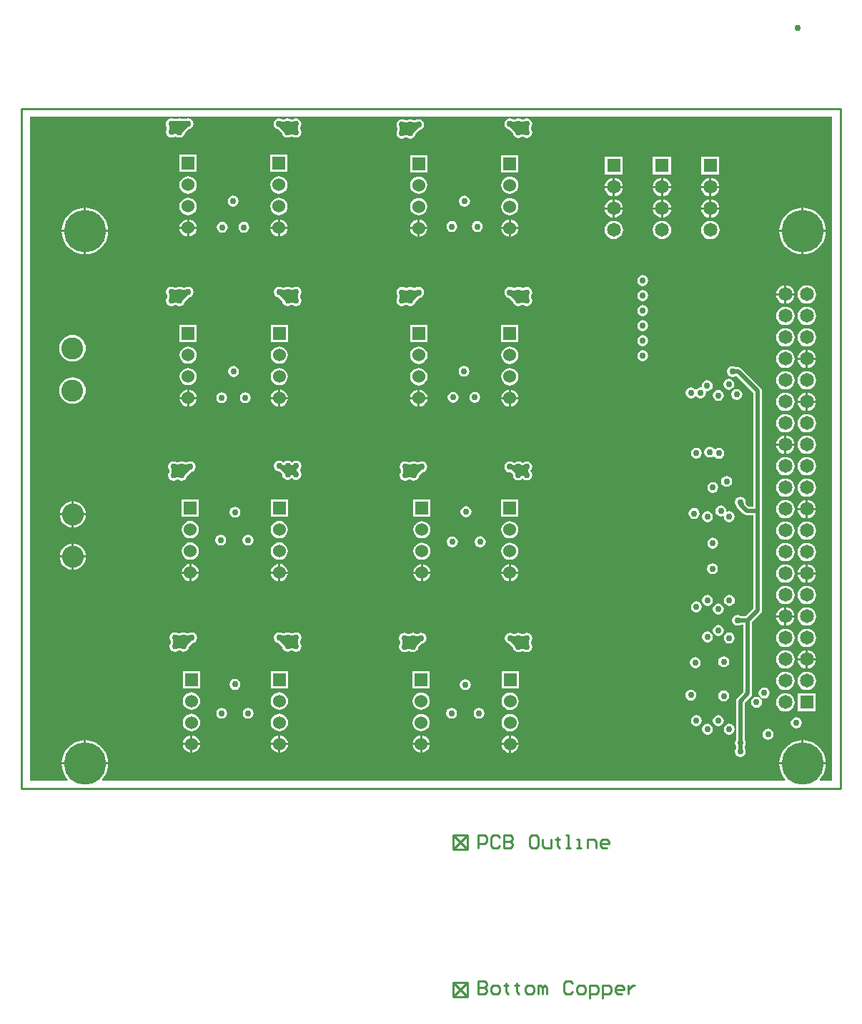
<source format=gbl>
%FSLAX25Y25*%
%MOIN*%
G70*
G01*
G75*
G04 Layer_Physical_Order=4*
G04 Layer_Color=16711680*
%ADD10C,0.01000*%
%ADD11C,0.03150*%
G04:AMPARAMS|DCode=12|XSize=25.59mil|YSize=25.59mil|CornerRadius=3.2mil|HoleSize=0mil|Usage=FLASHONLY|Rotation=0.000|XOffset=0mil|YOffset=0mil|HoleType=Round|Shape=RoundedRectangle|*
%AMROUNDEDRECTD12*
21,1,0.02559,0.01919,0,0,0.0*
21,1,0.01919,0.02559,0,0,0.0*
1,1,0.00640,0.00960,-0.00960*
1,1,0.00640,-0.00960,-0.00960*
1,1,0.00640,-0.00960,0.00960*
1,1,0.00640,0.00960,0.00960*
%
%ADD12ROUNDEDRECTD12*%
G04:AMPARAMS|DCode=13|XSize=35.43mil|YSize=37.4mil|CornerRadius=4.43mil|HoleSize=0mil|Usage=FLASHONLY|Rotation=0.000|XOffset=0mil|YOffset=0mil|HoleType=Round|Shape=RoundedRectangle|*
%AMROUNDEDRECTD13*
21,1,0.03543,0.02854,0,0,0.0*
21,1,0.02658,0.03740,0,0,0.0*
1,1,0.00886,0.01329,-0.01427*
1,1,0.00886,-0.01329,-0.01427*
1,1,0.00886,-0.01329,0.01427*
1,1,0.00886,0.01329,0.01427*
%
%ADD13ROUNDEDRECTD13*%
G04:AMPARAMS|DCode=14|XSize=25.59mil|YSize=31.5mil|CornerRadius=1.28mil|HoleSize=0mil|Usage=FLASHONLY|Rotation=270.000|XOffset=0mil|YOffset=0mil|HoleType=Round|Shape=RoundedRectangle|*
%AMROUNDEDRECTD14*
21,1,0.02559,0.02894,0,0,270.0*
21,1,0.02303,0.03150,0,0,270.0*
1,1,0.00256,-0.01447,-0.01152*
1,1,0.00256,-0.01447,0.01152*
1,1,0.00256,0.01447,0.01152*
1,1,0.00256,0.01447,-0.01152*
%
%ADD14ROUNDEDRECTD14*%
G04:AMPARAMS|DCode=15|XSize=25.59mil|YSize=31.5mil|CornerRadius=1.28mil|HoleSize=0mil|Usage=FLASHONLY|Rotation=180.000|XOffset=0mil|YOffset=0mil|HoleType=Round|Shape=RoundedRectangle|*
%AMROUNDEDRECTD15*
21,1,0.02559,0.02894,0,0,180.0*
21,1,0.02303,0.03150,0,0,180.0*
1,1,0.00256,-0.01152,0.01447*
1,1,0.00256,0.01152,0.01447*
1,1,0.00256,0.01152,-0.01447*
1,1,0.00256,-0.01152,-0.01447*
%
%ADD15ROUNDEDRECTD15*%
G04:AMPARAMS|DCode=16|XSize=23.62mil|YSize=33.47mil|CornerRadius=2.95mil|HoleSize=0mil|Usage=FLASHONLY|Rotation=0.000|XOffset=0mil|YOffset=0mil|HoleType=Round|Shape=RoundedRectangle|*
%AMROUNDEDRECTD16*
21,1,0.02362,0.02756,0,0,0.0*
21,1,0.01772,0.03347,0,0,0.0*
1,1,0.00591,0.00886,-0.01378*
1,1,0.00591,-0.00886,-0.01378*
1,1,0.00591,-0.00886,0.01378*
1,1,0.00591,0.00886,0.01378*
%
%ADD16ROUNDEDRECTD16*%
G04:AMPARAMS|DCode=17|XSize=17.72mil|YSize=70.87mil|CornerRadius=0.89mil|HoleSize=0mil|Usage=FLASHONLY|Rotation=0.000|XOffset=0mil|YOffset=0mil|HoleType=Round|Shape=RoundedRectangle|*
%AMROUNDEDRECTD17*
21,1,0.01772,0.06909,0,0,0.0*
21,1,0.01595,0.07087,0,0,0.0*
1,1,0.00177,0.00797,-0.03455*
1,1,0.00177,-0.00797,-0.03455*
1,1,0.00177,-0.00797,0.03455*
1,1,0.00177,0.00797,0.03455*
%
%ADD17ROUNDEDRECTD17*%
G04:AMPARAMS|DCode=18|XSize=23.62mil|YSize=33.47mil|CornerRadius=2.95mil|HoleSize=0mil|Usage=FLASHONLY|Rotation=90.000|XOffset=0mil|YOffset=0mil|HoleType=Round|Shape=RoundedRectangle|*
%AMROUNDEDRECTD18*
21,1,0.02362,0.02756,0,0,90.0*
21,1,0.01772,0.03347,0,0,90.0*
1,1,0.00591,0.01378,0.00886*
1,1,0.00591,0.01378,-0.00886*
1,1,0.00591,-0.01378,-0.00886*
1,1,0.00591,-0.01378,0.00886*
%
%ADD18ROUNDEDRECTD18*%
%ADD19R,0.01772X0.07087*%
G04:AMPARAMS|DCode=20|XSize=25.59mil|YSize=25.59mil|CornerRadius=3.2mil|HoleSize=0mil|Usage=FLASHONLY|Rotation=90.000|XOffset=0mil|YOffset=0mil|HoleType=Round|Shape=RoundedRectangle|*
%AMROUNDEDRECTD20*
21,1,0.02559,0.01919,0,0,90.0*
21,1,0.01919,0.02559,0,0,90.0*
1,1,0.00640,0.00960,0.00960*
1,1,0.00640,0.00960,-0.00960*
1,1,0.00640,-0.00960,-0.00960*
1,1,0.00640,-0.00960,0.00960*
%
%ADD20ROUNDEDRECTD20*%
G04:AMPARAMS|DCode=21|XSize=35.43mil|YSize=37.4mil|CornerRadius=4.43mil|HoleSize=0mil|Usage=FLASHONLY|Rotation=90.000|XOffset=0mil|YOffset=0mil|HoleType=Round|Shape=RoundedRectangle|*
%AMROUNDEDRECTD21*
21,1,0.03543,0.02854,0,0,90.0*
21,1,0.02658,0.03740,0,0,90.0*
1,1,0.00886,0.01427,0.01329*
1,1,0.00886,0.01427,-0.01329*
1,1,0.00886,-0.01427,-0.01329*
1,1,0.00886,-0.01427,0.01329*
%
%ADD21ROUNDEDRECTD21*%
%ADD22C,0.05906*%
%ADD23C,0.04000*%
%ADD24R,0.11811X0.07874*%
%ADD25R,0.01969X0.01969*%
%ADD26R,0.12598X0.32283*%
%ADD27R,0.06000X0.06000*%
%ADD28C,0.06000*%
%ADD29R,0.06496X0.06496*%
%ADD30C,0.06496*%
%ADD31R,0.06496X0.06496*%
%ADD32C,0.10236*%
%ADD33C,0.19685*%
%ADD34C,0.03000*%
%ADD35C,0.01969*%
%ADD36R,0.14173X0.33858*%
G36*
X377953Y-312992D02*
X372304D01*
X372095Y-312538D01*
X372972Y-311511D01*
X373864Y-310056D01*
X374517Y-308479D01*
X374915Y-306820D01*
X375010Y-305618D01*
X353337D01*
X353431Y-306820D01*
X353830Y-308479D01*
X354483Y-310056D01*
X355374Y-311511D01*
X356252Y-312538D01*
X356042Y-312992D01*
X37659D01*
X37449Y-312538D01*
X38326Y-311511D01*
X39218Y-310056D01*
X39871Y-308479D01*
X40270Y-306820D01*
X40364Y-305618D01*
X18691D01*
X18785Y-306820D01*
X19184Y-308479D01*
X19837Y-310056D01*
X20729Y-311511D01*
X21606Y-312538D01*
X21397Y-312992D01*
X3937D01*
Y-3937D01*
X377953D01*
Y-312992D01*
D02*
G37*
%LPC*%
G36*
X186707Y-202197D02*
X185663Y-202334D01*
X184690Y-202737D01*
X183855Y-203378D01*
X183213Y-204214D01*
X182810Y-205187D01*
X182673Y-206231D01*
X182810Y-207275D01*
X183213Y-208248D01*
X183855Y-209084D01*
X184690Y-209725D01*
X185663Y-210128D01*
X186707Y-210266D01*
X187752Y-210128D01*
X188725Y-209725D01*
X189560Y-209084D01*
X190201Y-208248D01*
X190604Y-207275D01*
X190742Y-206231D01*
X190604Y-205187D01*
X190201Y-204214D01*
X189560Y-203378D01*
X188725Y-202737D01*
X187752Y-202334D01*
X186707Y-202197D01*
D02*
G37*
G36*
X366142Y-202329D02*
X365033Y-202476D01*
X363999Y-202904D01*
X363112Y-203584D01*
X362431Y-204472D01*
X362003Y-205505D01*
X361857Y-206614D01*
X362003Y-207723D01*
X362431Y-208756D01*
X363112Y-209644D01*
X363999Y-210325D01*
X365033Y-210753D01*
X366142Y-210899D01*
X367251Y-210753D01*
X368284Y-210325D01*
X369172Y-209644D01*
X369852Y-208756D01*
X370280Y-207723D01*
X370426Y-206614D01*
X370280Y-205505D01*
X369852Y-204472D01*
X369172Y-203584D01*
X368284Y-202904D01*
X367251Y-202476D01*
X366142Y-202329D01*
D02*
G37*
G36*
X78658Y-202147D02*
X77613Y-202284D01*
X76640Y-202687D01*
X75805Y-203328D01*
X75164Y-204164D01*
X74760Y-205137D01*
X74623Y-206181D01*
X74760Y-207225D01*
X75164Y-208198D01*
X75805Y-209034D01*
X76640Y-209675D01*
X77613Y-210078D01*
X78658Y-210216D01*
X79702Y-210078D01*
X80675Y-209675D01*
X81510Y-209034D01*
X82152Y-208198D01*
X82555Y-207225D01*
X82692Y-206181D01*
X82555Y-205137D01*
X82152Y-204164D01*
X81510Y-203328D01*
X80675Y-202687D01*
X79702Y-202284D01*
X78658Y-202147D01*
D02*
G37*
G36*
X227708Y-202197D02*
X226663Y-202334D01*
X225690Y-202737D01*
X224855Y-203378D01*
X224214Y-204214D01*
X223810Y-205187D01*
X223673Y-206231D01*
X223810Y-207275D01*
X224214Y-208248D01*
X224855Y-209084D01*
X225690Y-209725D01*
X226663Y-210128D01*
X227708Y-210266D01*
X228752Y-210128D01*
X229725Y-209725D01*
X230560Y-209084D01*
X231202Y-208248D01*
X231605Y-207275D01*
X231742Y-206231D01*
X231605Y-205187D01*
X231202Y-204214D01*
X230560Y-203378D01*
X229725Y-202737D01*
X228752Y-202334D01*
X227708Y-202197D01*
D02*
G37*
G36*
X356142Y-202329D02*
X355033Y-202476D01*
X353999Y-202904D01*
X353112Y-203584D01*
X352431Y-204472D01*
X352003Y-205505D01*
X351857Y-206614D01*
X352003Y-207723D01*
X352431Y-208756D01*
X353112Y-209644D01*
X353999Y-210325D01*
X355033Y-210753D01*
X356142Y-210899D01*
X357251Y-210753D01*
X358284Y-210325D01*
X359172Y-209644D01*
X359852Y-208756D01*
X360280Y-207723D01*
X360426Y-206614D01*
X360280Y-205505D01*
X359852Y-204472D01*
X359172Y-203584D01*
X358284Y-202904D01*
X357251Y-202476D01*
X356142Y-202329D01*
D02*
G37*
G36*
X120658Y-212212D02*
Y-215681D01*
X124126D01*
X124055Y-215137D01*
X123652Y-214164D01*
X123010Y-213328D01*
X122175Y-212687D01*
X121202Y-212284D01*
X120658Y-212212D01*
D02*
G37*
G36*
X119658D02*
X119113Y-212284D01*
X118140Y-212687D01*
X117305Y-213328D01*
X116664Y-214164D01*
X116260Y-215137D01*
X116189Y-215681D01*
X119658D01*
Y-212212D01*
D02*
G37*
G36*
X29967Y-209240D02*
X24369D01*
Y-214838D01*
X25068Y-214769D01*
X26221Y-214420D01*
X27284Y-213851D01*
X28216Y-213087D01*
X28980Y-212155D01*
X29549Y-211092D01*
X29899Y-209939D01*
X29967Y-209240D01*
D02*
G37*
G36*
X23369D02*
X17770D01*
X17839Y-209939D01*
X18189Y-211092D01*
X18757Y-212155D01*
X19522Y-213087D01*
X20453Y-213851D01*
X21516Y-214420D01*
X22670Y-214769D01*
X23369Y-214838D01*
Y-209240D01*
D02*
G37*
G36*
X120158Y-202147D02*
X119113Y-202284D01*
X118140Y-202687D01*
X117305Y-203328D01*
X116664Y-204164D01*
X116260Y-205137D01*
X116123Y-206181D01*
X116260Y-207225D01*
X116664Y-208198D01*
X117305Y-209034D01*
X118140Y-209675D01*
X119113Y-210078D01*
X120158Y-210216D01*
X121202Y-210078D01*
X122175Y-209675D01*
X123010Y-209034D01*
X123652Y-208198D01*
X124055Y-207225D01*
X124192Y-206181D01*
X124055Y-205137D01*
X123652Y-204164D01*
X123010Y-203328D01*
X122175Y-202687D01*
X121202Y-202284D01*
X120158Y-202147D01*
D02*
G37*
G36*
X105591Y-198514D02*
X104615Y-198708D01*
X103788Y-199261D01*
X103236Y-200087D01*
X103042Y-201063D01*
X103236Y-202038D01*
X103788Y-202865D01*
X104615Y-203418D01*
X105591Y-203612D01*
X106566Y-203418D01*
X107393Y-202865D01*
X107946Y-202038D01*
X108140Y-201063D01*
X107946Y-200087D01*
X107393Y-199261D01*
X106566Y-198708D01*
X105591Y-198514D01*
D02*
G37*
G36*
X92831D02*
X91855Y-198708D01*
X91028Y-199261D01*
X90476Y-200087D01*
X90282Y-201063D01*
X90476Y-202038D01*
X91028Y-202865D01*
X91855Y-203418D01*
X92831Y-203612D01*
X93806Y-203418D01*
X94633Y-202865D01*
X95186Y-202038D01*
X95380Y-201063D01*
X95186Y-200087D01*
X94633Y-199261D01*
X93806Y-198708D01*
X92831Y-198514D01*
D02*
G37*
G36*
X366142Y-192330D02*
X365033Y-192475D01*
X363999Y-192903D01*
X363112Y-193584D01*
X362431Y-194472D01*
X362003Y-195505D01*
X361857Y-196614D01*
X362003Y-197723D01*
X362431Y-198757D01*
X363112Y-199644D01*
X363999Y-200325D01*
X365033Y-200753D01*
X366142Y-200899D01*
X367251Y-200753D01*
X368284Y-200325D01*
X369172Y-199644D01*
X369852Y-198757D01*
X370280Y-197723D01*
X370426Y-196614D01*
X370280Y-195505D01*
X369852Y-194472D01*
X369172Y-193584D01*
X368284Y-192903D01*
X367251Y-192475D01*
X366142Y-192330D01*
D02*
G37*
G36*
X356142D02*
X355033Y-192475D01*
X353999Y-192903D01*
X353112Y-193584D01*
X352431Y-194472D01*
X352003Y-195505D01*
X351857Y-196614D01*
X352003Y-197723D01*
X352431Y-198757D01*
X353112Y-199644D01*
X353999Y-200325D01*
X355033Y-200753D01*
X356142Y-200899D01*
X357251Y-200753D01*
X358284Y-200325D01*
X359172Y-199644D01*
X359852Y-198757D01*
X360280Y-197723D01*
X360426Y-196614D01*
X360280Y-195505D01*
X359852Y-194472D01*
X359172Y-193584D01*
X358284Y-192903D01*
X357251Y-192475D01*
X356142Y-192330D01*
D02*
G37*
G36*
X213887Y-199288D02*
X212911Y-199482D01*
X212084Y-200035D01*
X211532Y-200862D01*
X211338Y-201837D01*
X211532Y-202813D01*
X212084Y-203640D01*
X212911Y-204192D01*
X213887Y-204386D01*
X214862Y-204192D01*
X215689Y-203640D01*
X216242Y-202813D01*
X216436Y-201837D01*
X216242Y-200862D01*
X215689Y-200035D01*
X214862Y-199482D01*
X213887Y-199288D01*
D02*
G37*
G36*
X24369Y-202641D02*
Y-208240D01*
X29967D01*
X29899Y-207540D01*
X29549Y-206387D01*
X28980Y-205324D01*
X28216Y-204393D01*
X27284Y-203628D01*
X26221Y-203060D01*
X25068Y-202710D01*
X24369Y-202641D01*
D02*
G37*
G36*
X23369D02*
X22670Y-202710D01*
X21516Y-203060D01*
X20453Y-203628D01*
X19522Y-204393D01*
X18757Y-205324D01*
X18189Y-206387D01*
X17839Y-207540D01*
X17770Y-208240D01*
X23369D01*
Y-202641D01*
D02*
G37*
G36*
X200881Y-199351D02*
X199905Y-199545D01*
X199078Y-200098D01*
X198526Y-200925D01*
X198332Y-201900D01*
X198526Y-202876D01*
X199078Y-203703D01*
X199905Y-204255D01*
X200881Y-204449D01*
X201856Y-204255D01*
X202683Y-203703D01*
X203236Y-202876D01*
X203430Y-201900D01*
X203236Y-200925D01*
X202683Y-200098D01*
X201856Y-199545D01*
X200881Y-199351D01*
D02*
G37*
G36*
X322362Y-199880D02*
X321387Y-200074D01*
X320560Y-200627D01*
X320007Y-201454D01*
X319813Y-202429D01*
X320007Y-203405D01*
X320560Y-204232D01*
X321387Y-204784D01*
X322362Y-204978D01*
X323338Y-204784D01*
X324165Y-204232D01*
X324717Y-203405D01*
X324911Y-202429D01*
X324717Y-201454D01*
X324165Y-200627D01*
X323338Y-200074D01*
X322362Y-199880D01*
D02*
G37*
G36*
X79158Y-212212D02*
Y-215681D01*
X82626D01*
X82555Y-215137D01*
X82152Y-214164D01*
X81510Y-213328D01*
X80675Y-212687D01*
X79702Y-212284D01*
X79158Y-212212D01*
D02*
G37*
G36*
X231676Y-216731D02*
X228207D01*
Y-220200D01*
X228752Y-220128D01*
X229725Y-219725D01*
X230560Y-219084D01*
X231202Y-218248D01*
X231605Y-217275D01*
X231676Y-216731D01*
D02*
G37*
G36*
X227207D02*
X223739D01*
X223810Y-217275D01*
X224214Y-218248D01*
X224855Y-219084D01*
X225690Y-219725D01*
X226663Y-220128D01*
X227207Y-220200D01*
Y-216731D01*
D02*
G37*
G36*
X82626Y-216681D02*
X79158D01*
Y-220150D01*
X79702Y-220078D01*
X80675Y-219675D01*
X81510Y-219034D01*
X82152Y-218198D01*
X82555Y-217225D01*
X82626Y-216681D01*
D02*
G37*
G36*
X78158D02*
X74689D01*
X74760Y-217225D01*
X75164Y-218198D01*
X75805Y-219034D01*
X76640Y-219675D01*
X77613Y-220078D01*
X78158Y-220150D01*
Y-216681D01*
D02*
G37*
G36*
X190676Y-216731D02*
X187207D01*
Y-220200D01*
X187752Y-220128D01*
X188725Y-219725D01*
X189560Y-219084D01*
X190201Y-218248D01*
X190604Y-217275D01*
X190676Y-216731D01*
D02*
G37*
G36*
X365642Y-217114D02*
X361923D01*
X362003Y-217723D01*
X362431Y-218757D01*
X363112Y-219644D01*
X363999Y-220325D01*
X365033Y-220753D01*
X365642Y-220833D01*
Y-217114D01*
D02*
G37*
G36*
X356142Y-212330D02*
X355033Y-212475D01*
X353999Y-212903D01*
X353112Y-213584D01*
X352431Y-214472D01*
X352003Y-215505D01*
X351857Y-216614D01*
X352003Y-217723D01*
X352431Y-218757D01*
X353112Y-219644D01*
X353999Y-220325D01*
X355033Y-220753D01*
X356142Y-220899D01*
X357251Y-220753D01*
X358284Y-220325D01*
X359172Y-219644D01*
X359852Y-218757D01*
X360280Y-217723D01*
X360426Y-216614D01*
X360280Y-215505D01*
X359852Y-214472D01*
X359172Y-213584D01*
X358284Y-212903D01*
X357251Y-212475D01*
X356142Y-212330D01*
D02*
G37*
G36*
X186207Y-216731D02*
X182739D01*
X182810Y-217275D01*
X183213Y-218248D01*
X183855Y-219084D01*
X184690Y-219725D01*
X185663Y-220128D01*
X186207Y-220200D01*
Y-216731D01*
D02*
G37*
G36*
X370361Y-217114D02*
X366642D01*
Y-220833D01*
X367251Y-220753D01*
X368284Y-220325D01*
X369172Y-219644D01*
X369852Y-218757D01*
X370280Y-217723D01*
X370361Y-217114D01*
D02*
G37*
G36*
X119658Y-216681D02*
X116189D01*
X116260Y-217225D01*
X116664Y-218198D01*
X117305Y-219034D01*
X118140Y-219675D01*
X119113Y-220078D01*
X119658Y-220150D01*
Y-216681D01*
D02*
G37*
G36*
X227207Y-212262D02*
X226663Y-212334D01*
X225690Y-212737D01*
X224855Y-213378D01*
X224214Y-214214D01*
X223810Y-215187D01*
X223739Y-215731D01*
X227207D01*
Y-212262D01*
D02*
G37*
G36*
X187207D02*
Y-215731D01*
X190676D01*
X190604Y-215187D01*
X190201Y-214214D01*
X189560Y-213378D01*
X188725Y-212737D01*
X187752Y-212334D01*
X187207Y-212262D01*
D02*
G37*
G36*
X78158Y-212212D02*
X77613Y-212284D01*
X76640Y-212687D01*
X75805Y-213328D01*
X75164Y-214164D01*
X74760Y-215137D01*
X74689Y-215681D01*
X78158D01*
Y-212212D01*
D02*
G37*
G36*
X228207Y-212262D02*
Y-215731D01*
X231676D01*
X231605Y-215187D01*
X231202Y-214214D01*
X230560Y-213378D01*
X229725Y-212737D01*
X228752Y-212334D01*
X228207Y-212262D01*
D02*
G37*
G36*
X186207D02*
X185663Y-212334D01*
X184690Y-212737D01*
X183855Y-213378D01*
X183213Y-214214D01*
X182810Y-215187D01*
X182739Y-215731D01*
X186207D01*
Y-212262D01*
D02*
G37*
G36*
X322126Y-211782D02*
X321150Y-211976D01*
X320324Y-212528D01*
X319771Y-213355D01*
X319577Y-214331D01*
X319771Y-215306D01*
X320324Y-216133D01*
X321150Y-216686D01*
X322126Y-216880D01*
X323101Y-216686D01*
X323928Y-216133D01*
X324481Y-215306D01*
X324675Y-214331D01*
X324481Y-213355D01*
X323928Y-212528D01*
X323101Y-211976D01*
X322126Y-211782D01*
D02*
G37*
G36*
X124126Y-216681D02*
X120658D01*
Y-220150D01*
X121202Y-220078D01*
X122175Y-219675D01*
X123010Y-219034D01*
X123652Y-218198D01*
X124055Y-217225D01*
X124126Y-216681D01*
D02*
G37*
G36*
X366642Y-212395D02*
Y-216114D01*
X370361D01*
X370280Y-215505D01*
X369852Y-214472D01*
X369172Y-213584D01*
X368284Y-212903D01*
X367251Y-212475D01*
X366642Y-212395D01*
D02*
G37*
G36*
X365642D02*
X365033Y-212475D01*
X363999Y-212903D01*
X363112Y-213584D01*
X362431Y-214472D01*
X362003Y-215505D01*
X361923Y-216114D01*
X365642D01*
Y-212395D01*
D02*
G37*
G36*
X328779Y-171146D02*
X327803Y-171340D01*
X326976Y-171893D01*
X326424Y-172720D01*
X326230Y-173695D01*
X326424Y-174671D01*
X326976Y-175498D01*
X327803Y-176050D01*
X328779Y-176244D01*
X329754Y-176050D01*
X330581Y-175498D01*
X331134Y-174671D01*
X331328Y-173695D01*
X331134Y-172720D01*
X330581Y-171893D01*
X329754Y-171340D01*
X328779Y-171146D01*
D02*
G37*
G36*
X322362Y-173998D02*
X321387Y-174192D01*
X320560Y-174745D01*
X320007Y-175572D01*
X319813Y-176547D01*
X320007Y-177523D01*
X320560Y-178350D01*
X321387Y-178902D01*
X322362Y-179096D01*
X323338Y-178902D01*
X324165Y-178350D01*
X324717Y-177523D01*
X324911Y-176547D01*
X324717Y-175572D01*
X324165Y-174745D01*
X323338Y-174192D01*
X322362Y-173998D01*
D02*
G37*
G36*
X366142Y-162329D02*
X365033Y-162476D01*
X363999Y-162903D01*
X363112Y-163584D01*
X362431Y-164472D01*
X362003Y-165505D01*
X361857Y-166614D01*
X362003Y-167723D01*
X362431Y-168756D01*
X363112Y-169644D01*
X363999Y-170325D01*
X365033Y-170753D01*
X366142Y-170899D01*
X367251Y-170753D01*
X368284Y-170325D01*
X369172Y-169644D01*
X369852Y-168756D01*
X370280Y-167723D01*
X370426Y-166614D01*
X370280Y-165505D01*
X369852Y-164472D01*
X369172Y-163584D01*
X368284Y-162903D01*
X367251Y-162476D01*
X366142Y-162329D01*
D02*
G37*
G36*
X356142D02*
X355033Y-162476D01*
X353999Y-162903D01*
X353112Y-163584D01*
X352431Y-164472D01*
X352003Y-165505D01*
X351857Y-166614D01*
X352003Y-167723D01*
X352431Y-168756D01*
X353112Y-169644D01*
X353999Y-170325D01*
X355033Y-170753D01*
X356142Y-170899D01*
X357251Y-170753D01*
X358284Y-170325D01*
X359172Y-169644D01*
X359852Y-168756D01*
X360280Y-167723D01*
X360426Y-166614D01*
X360280Y-165505D01*
X359852Y-164472D01*
X359172Y-163584D01*
X358284Y-162903D01*
X357251Y-162476D01*
X356142Y-162329D01*
D02*
G37*
G36*
X366142Y-172329D02*
X365033Y-172476D01*
X363999Y-172904D01*
X363112Y-173584D01*
X362431Y-174472D01*
X362003Y-175505D01*
X361857Y-176614D01*
X362003Y-177723D01*
X362431Y-178756D01*
X363112Y-179644D01*
X363999Y-180325D01*
X365033Y-180753D01*
X366142Y-180899D01*
X367251Y-180753D01*
X368284Y-180325D01*
X369172Y-179644D01*
X369852Y-178756D01*
X370280Y-177723D01*
X370426Y-176614D01*
X370280Y-175505D01*
X369852Y-174472D01*
X369172Y-173584D01*
X368284Y-172904D01*
X367251Y-172476D01*
X366142Y-172329D01*
D02*
G37*
G36*
X366642Y-182395D02*
Y-186114D01*
X370361D01*
X370280Y-185505D01*
X369852Y-184472D01*
X369172Y-183584D01*
X368284Y-182904D01*
X367251Y-182475D01*
X366642Y-182395D01*
D02*
G37*
G36*
X365642D02*
X365033Y-182475D01*
X363999Y-182904D01*
X363112Y-183584D01*
X362431Y-184472D01*
X362003Y-185505D01*
X361923Y-186114D01*
X365642D01*
Y-182395D01*
D02*
G37*
G36*
X356142Y-172329D02*
X355033Y-172476D01*
X353999Y-172904D01*
X353112Y-173584D01*
X352431Y-174472D01*
X352003Y-175505D01*
X351857Y-176614D01*
X352003Y-177723D01*
X352431Y-178756D01*
X353112Y-179644D01*
X353999Y-180325D01*
X355033Y-180753D01*
X356142Y-180899D01*
X357251Y-180753D01*
X358284Y-180325D01*
X359172Y-179644D01*
X359852Y-178756D01*
X360280Y-177723D01*
X360426Y-176614D01*
X360280Y-175505D01*
X359852Y-174472D01*
X359172Y-173584D01*
X358284Y-172904D01*
X357251Y-172476D01*
X356142Y-172329D01*
D02*
G37*
G36*
X331535Y-119965D02*
X330559Y-120159D01*
X329732Y-120712D01*
X329180Y-121539D01*
X328986Y-122514D01*
X329180Y-123490D01*
X329732Y-124317D01*
X330559Y-124869D01*
X331535Y-125063D01*
X332510Y-124869D01*
X333007Y-124537D01*
X333382D01*
X341304Y-132459D01*
Y-185378D01*
X339027D01*
X337605Y-183957D01*
X337727Y-183345D01*
X337533Y-182369D01*
X336980Y-181543D01*
X336153Y-180990D01*
X335178Y-180796D01*
X334203Y-180990D01*
X333376Y-181543D01*
X332823Y-182369D01*
X332629Y-183345D01*
X332823Y-184320D01*
X333276Y-184998D01*
X333309Y-185165D01*
X333747Y-185821D01*
X336758Y-188832D01*
X337415Y-189271D01*
X338189Y-189425D01*
X341304D01*
Y-232843D01*
X337823Y-236323D01*
X335409D01*
X334912Y-235992D01*
X333937Y-235798D01*
X332962Y-235992D01*
X332135Y-236544D01*
X331582Y-237371D01*
X331388Y-238347D01*
X331582Y-239322D01*
X332135Y-240149D01*
X332962Y-240701D01*
X333937Y-240895D01*
X334912Y-240701D01*
X335409Y-240370D01*
X336638D01*
Y-271760D01*
X333711Y-274688D01*
X333273Y-275344D01*
X333119Y-276118D01*
Y-294142D01*
X332787Y-294639D01*
X332593Y-295614D01*
X332787Y-296590D01*
X333119Y-297086D01*
Y-298079D01*
X332787Y-298576D01*
X332593Y-299551D01*
X332787Y-300527D01*
X333339Y-301354D01*
X334166Y-301906D01*
X335142Y-302100D01*
X336117Y-301906D01*
X336944Y-301354D01*
X337497Y-300527D01*
X337691Y-299551D01*
X337497Y-298576D01*
X337165Y-298079D01*
Y-297086D01*
X337497Y-296590D01*
X337691Y-295614D01*
X337497Y-294639D01*
X337165Y-294142D01*
Y-276956D01*
X340092Y-274029D01*
X340530Y-273373D01*
X340685Y-272598D01*
Y-239184D01*
X344757Y-235112D01*
X345196Y-234455D01*
X345350Y-233681D01*
Y-187402D01*
Y-131621D01*
X345196Y-130847D01*
X344757Y-130190D01*
X335650Y-121084D01*
X334994Y-120645D01*
X334220Y-120491D01*
X333007D01*
X332510Y-120159D01*
X331535Y-119965D01*
D02*
G37*
G36*
X231645Y-164391D02*
X230669Y-164585D01*
X229842Y-165137D01*
X229510D01*
X228683Y-164585D01*
X227708Y-164391D01*
X226732Y-164585D01*
X225905Y-165137D01*
X225353Y-165964D01*
X225159Y-166940D01*
X225353Y-167915D01*
X225905Y-168742D01*
X226732Y-169295D01*
X227708Y-169489D01*
X228140Y-169403D01*
X229149Y-170412D01*
X229096Y-170680D01*
X229290Y-171655D01*
X229842Y-172482D01*
X230669Y-173035D01*
X231645Y-173229D01*
X232620Y-173035D01*
X233447Y-172482D01*
X233447Y-172482D01*
Y-172482D01*
X233642Y-172277D01*
X233642D01*
X233779Y-172482D01*
X234606Y-173035D01*
X235581Y-173229D01*
X236557Y-173035D01*
X237384Y-172482D01*
X237936Y-171655D01*
X238130Y-170680D01*
X237936Y-169704D01*
X237384Y-168877D01*
Y-168742D01*
X237384D01*
X237936Y-167915D01*
X238130Y-166940D01*
X237936Y-165964D01*
X237384Y-165137D01*
X236557Y-164585D01*
X235581Y-164391D01*
X234606Y-164585D01*
X233779Y-165137D01*
X233447D01*
Y-165137D01*
X232620Y-164585D01*
X231645Y-164391D01*
D02*
G37*
G36*
X355642Y-157114D02*
X351923D01*
X352003Y-157723D01*
X352431Y-158756D01*
X353112Y-159644D01*
X353999Y-160325D01*
X355033Y-160753D01*
X355642Y-160833D01*
Y-157114D01*
D02*
G37*
G36*
X366142Y-152330D02*
X365033Y-152476D01*
X363999Y-152903D01*
X363112Y-153584D01*
X362431Y-154472D01*
X362003Y-155505D01*
X361857Y-156614D01*
X362003Y-157723D01*
X362431Y-158756D01*
X363112Y-159644D01*
X363999Y-160325D01*
X365033Y-160753D01*
X366142Y-160899D01*
X367251Y-160753D01*
X368284Y-160325D01*
X369172Y-159644D01*
X369852Y-158756D01*
X370280Y-157723D01*
X370426Y-156614D01*
X370280Y-155505D01*
X369852Y-154472D01*
X369172Y-153584D01*
X368284Y-152903D01*
X367251Y-152476D01*
X366142Y-152330D01*
D02*
G37*
G36*
X355642Y-152395D02*
X355033Y-152476D01*
X353999Y-152903D01*
X353112Y-153584D01*
X352431Y-154472D01*
X352003Y-155505D01*
X351923Y-156114D01*
X355642D01*
Y-152395D01*
D02*
G37*
G36*
X360361Y-157114D02*
X356642D01*
Y-160833D01*
X357251Y-160753D01*
X358284Y-160325D01*
X359172Y-159644D01*
X359852Y-158756D01*
X360280Y-157723D01*
X360361Y-157114D01*
D02*
G37*
G36*
X314685Y-158049D02*
X313710Y-158244D01*
X312883Y-158796D01*
X312330Y-159623D01*
X312136Y-160598D01*
X312330Y-161574D01*
X312883Y-162401D01*
X313710Y-162953D01*
X314685Y-163147D01*
X315661Y-162953D01*
X316487Y-162401D01*
X317040Y-161574D01*
X317234Y-160598D01*
X317040Y-159623D01*
X316487Y-158796D01*
X315661Y-158244D01*
X314685Y-158049D01*
D02*
G37*
G36*
X78658Y-164341D02*
X77682Y-164535D01*
X77185Y-164867D01*
X76192D01*
X75696Y-164535D01*
X74721Y-164341D01*
X73745Y-164535D01*
X73248Y-164867D01*
X72255D01*
X71759Y-164535D01*
X70784Y-164341D01*
X69808Y-164535D01*
X68981Y-165087D01*
X68428Y-165914D01*
X68234Y-166890D01*
X68428Y-167865D01*
X68760Y-168362D01*
Y-169355D01*
X68428Y-169851D01*
X68234Y-170827D01*
X68428Y-171802D01*
X68981Y-172629D01*
X69808Y-173182D01*
X70784Y-173376D01*
X71759Y-173182D01*
X72255Y-172850D01*
X73248D01*
X73745Y-173182D01*
X74721Y-173376D01*
X75696Y-173182D01*
X76523Y-172629D01*
X77075Y-171802D01*
X77192Y-171216D01*
X79047Y-169361D01*
X79633Y-169245D01*
X80460Y-168692D01*
X81012Y-167865D01*
X81207Y-166890D01*
X81012Y-165914D01*
X80460Y-165087D01*
X79633Y-164535D01*
X78658Y-164341D01*
D02*
G37*
G36*
X186707Y-164391D02*
X185732Y-164585D01*
X185235Y-164917D01*
X184242D01*
X183746Y-164585D01*
X182771Y-164391D01*
X181795Y-164585D01*
X181298Y-164917D01*
X180306D01*
X179809Y-164585D01*
X178833Y-164391D01*
X177858Y-164585D01*
X177031Y-165137D01*
X176479Y-165964D01*
X176285Y-166940D01*
X176479Y-167915D01*
X176810Y-168412D01*
Y-169405D01*
X176479Y-169901D01*
X176285Y-170877D01*
X176479Y-171852D01*
X177031Y-172679D01*
X177858Y-173232D01*
X178833Y-173426D01*
X179809Y-173232D01*
X180306Y-172900D01*
X181298D01*
X181795Y-173232D01*
X182771Y-173426D01*
X183746Y-173232D01*
X184573Y-172679D01*
X185125Y-171852D01*
X185242Y-171266D01*
X187097Y-169411D01*
X187683Y-169295D01*
X188510Y-168742D01*
X189062Y-167915D01*
X189257Y-166940D01*
X189062Y-165964D01*
X188510Y-165137D01*
X187683Y-164585D01*
X186707Y-164391D01*
D02*
G37*
G36*
X320944Y-157452D02*
X319968Y-157646D01*
X319141Y-158198D01*
X318589Y-159025D01*
X318395Y-160001D01*
X318589Y-160976D01*
X319141Y-161803D01*
X319968Y-162355D01*
X320944Y-162549D01*
X321919Y-162355D01*
X322579Y-161915D01*
X323069Y-162012D01*
X323339Y-162417D01*
X324166Y-162969D01*
X325142Y-163163D01*
X326117Y-162969D01*
X326944Y-162417D01*
X327497Y-161590D01*
X327691Y-160614D01*
X327497Y-159639D01*
X326944Y-158812D01*
X326117Y-158259D01*
X325142Y-158065D01*
X324166Y-158259D01*
X323507Y-158700D01*
X323016Y-158602D01*
X322746Y-158198D01*
X321919Y-157646D01*
X320944Y-157452D01*
D02*
G37*
G36*
X128032Y-164046D02*
X127056Y-164240D01*
X126229Y-164792D01*
X125897D01*
X125070Y-164240D01*
X124094Y-164046D01*
X123119Y-164240D01*
X122292Y-164792D01*
X121960D01*
X121133Y-164240D01*
X120158Y-164046D01*
X119182Y-164240D01*
X118355Y-164792D01*
X117803Y-165619D01*
X117608Y-166595D01*
X117803Y-167570D01*
X118355Y-168397D01*
X119182Y-168949D01*
X120158Y-169143D01*
X120424Y-169090D01*
X121582Y-170248D01*
X121546Y-170433D01*
X121739Y-171408D01*
X122292Y-172236D01*
X123119Y-172788D01*
X124094Y-172982D01*
X125070Y-172788D01*
X125897Y-172236D01*
X126229D01*
X127056Y-172788D01*
X128032Y-172982D01*
X129007Y-172788D01*
X129834Y-172236D01*
X130386Y-171408D01*
X130580Y-170433D01*
X130386Y-169458D01*
X129834Y-168631D01*
Y-168397D01*
X130386Y-167570D01*
X130580Y-166595D01*
X130386Y-165619D01*
X129834Y-164792D01*
X129007Y-164240D01*
X128032Y-164046D01*
D02*
G37*
G36*
X24369Y-182956D02*
Y-188555D01*
X29967D01*
X29899Y-187855D01*
X29549Y-186702D01*
X28980Y-185639D01*
X28216Y-184708D01*
X27284Y-183943D01*
X26221Y-183375D01*
X25068Y-183025D01*
X24369Y-182956D01*
D02*
G37*
G36*
X319803Y-187581D02*
X318828Y-187775D01*
X318001Y-188328D01*
X317448Y-189155D01*
X317254Y-190130D01*
X317448Y-191105D01*
X318001Y-191932D01*
X318828Y-192485D01*
X319803Y-192679D01*
X320779Y-192485D01*
X321605Y-191932D01*
X322158Y-191105D01*
X322352Y-190130D01*
X322158Y-189155D01*
X321605Y-188328D01*
X320779Y-187775D01*
X319803Y-187581D01*
D02*
G37*
G36*
X29967Y-189555D02*
X24369D01*
Y-195153D01*
X25068Y-195084D01*
X26221Y-194735D01*
X27284Y-194166D01*
X28216Y-193402D01*
X28980Y-192470D01*
X29549Y-191407D01*
X29899Y-190254D01*
X29967Y-189555D01*
D02*
G37*
G36*
X313626Y-186081D02*
X312650Y-186275D01*
X311824Y-186828D01*
X311271Y-187654D01*
X311077Y-188630D01*
X311271Y-189605D01*
X311824Y-190432D01*
X312650Y-190985D01*
X313626Y-191179D01*
X314601Y-190985D01*
X315428Y-190432D01*
X315981Y-189605D01*
X316175Y-188630D01*
X315981Y-187654D01*
X315428Y-186828D01*
X314601Y-186275D01*
X313626Y-186081D01*
D02*
G37*
G36*
X326102Y-184920D02*
X325127Y-185114D01*
X324300Y-185666D01*
X323747Y-186493D01*
X323553Y-187469D01*
X323747Y-188444D01*
X324300Y-189271D01*
X325127Y-189823D01*
X326102Y-190017D01*
X327078Y-189823D01*
X327081Y-189822D01*
X327497Y-190099D01*
X327490Y-190130D01*
X327684Y-191105D01*
X328237Y-191932D01*
X329064Y-192485D01*
X330039Y-192679D01*
X331015Y-192485D01*
X331842Y-191932D01*
X332394Y-191105D01*
X332588Y-190130D01*
X332394Y-189155D01*
X331842Y-188328D01*
X331015Y-187775D01*
X330039Y-187581D01*
X329064Y-187775D01*
X329061Y-187777D01*
X328645Y-187499D01*
X328651Y-187469D01*
X328457Y-186493D01*
X327905Y-185666D01*
X327078Y-185114D01*
X326102Y-184920D01*
D02*
G37*
G36*
X23369Y-189555D02*
X17770D01*
X17839Y-190254D01*
X18189Y-191407D01*
X18757Y-192470D01*
X19522Y-193402D01*
X20453Y-194166D01*
X21516Y-194735D01*
X22670Y-195084D01*
X23369Y-195153D01*
Y-189555D01*
D02*
G37*
G36*
X227708Y-192197D02*
X226663Y-192334D01*
X225690Y-192737D01*
X224855Y-193378D01*
X224214Y-194214D01*
X223810Y-195187D01*
X223673Y-196231D01*
X223810Y-197275D01*
X224214Y-198248D01*
X224855Y-199084D01*
X225690Y-199725D01*
X226663Y-200128D01*
X227708Y-200266D01*
X228752Y-200128D01*
X229725Y-199725D01*
X230560Y-199084D01*
X231202Y-198248D01*
X231605Y-197275D01*
X231742Y-196231D01*
X231605Y-195187D01*
X231202Y-194214D01*
X230560Y-193378D01*
X229725Y-192737D01*
X228752Y-192334D01*
X227708Y-192197D01*
D02*
G37*
G36*
X186707D02*
X185663Y-192334D01*
X184690Y-192737D01*
X183855Y-193378D01*
X183213Y-194214D01*
X182810Y-195187D01*
X182673Y-196231D01*
X182810Y-197275D01*
X183213Y-198248D01*
X183855Y-199084D01*
X184690Y-199725D01*
X185663Y-200128D01*
X186707Y-200266D01*
X187752Y-200128D01*
X188725Y-199725D01*
X189560Y-199084D01*
X190201Y-198248D01*
X190604Y-197275D01*
X190742Y-196231D01*
X190604Y-195187D01*
X190201Y-194214D01*
X189560Y-193378D01*
X188725Y-192737D01*
X187752Y-192334D01*
X186707Y-192197D01*
D02*
G37*
G36*
X120158Y-192147D02*
X119113Y-192284D01*
X118140Y-192687D01*
X117305Y-193328D01*
X116664Y-194164D01*
X116260Y-195137D01*
X116123Y-196181D01*
X116260Y-197225D01*
X116664Y-198198D01*
X117305Y-199034D01*
X118140Y-199675D01*
X119113Y-200078D01*
X120158Y-200216D01*
X121202Y-200078D01*
X122175Y-199675D01*
X123010Y-199034D01*
X123652Y-198198D01*
X124055Y-197225D01*
X124192Y-196181D01*
X124055Y-195137D01*
X123652Y-194164D01*
X123010Y-193328D01*
X122175Y-192687D01*
X121202Y-192284D01*
X120158Y-192147D01*
D02*
G37*
G36*
X78658D02*
X77613Y-192284D01*
X76640Y-192687D01*
X75805Y-193328D01*
X75164Y-194164D01*
X74760Y-195137D01*
X74623Y-196181D01*
X74760Y-197225D01*
X75164Y-198198D01*
X75805Y-199034D01*
X76640Y-199675D01*
X77613Y-200078D01*
X78658Y-200216D01*
X79702Y-200078D01*
X80675Y-199675D01*
X81510Y-199034D01*
X82152Y-198198D01*
X82555Y-197225D01*
X82692Y-196181D01*
X82555Y-195137D01*
X82152Y-194164D01*
X81510Y-193328D01*
X80675Y-192687D01*
X79702Y-192284D01*
X78658Y-192147D01*
D02*
G37*
G36*
X356142Y-182329D02*
X355033Y-182475D01*
X353999Y-182904D01*
X353112Y-183584D01*
X352431Y-184472D01*
X352003Y-185505D01*
X351857Y-186614D01*
X352003Y-187723D01*
X352431Y-188757D01*
X353112Y-189644D01*
X353999Y-190325D01*
X355033Y-190753D01*
X356142Y-190899D01*
X357251Y-190753D01*
X358284Y-190325D01*
X359172Y-189644D01*
X359852Y-188757D01*
X360280Y-187723D01*
X360426Y-186614D01*
X360280Y-185505D01*
X359852Y-184472D01*
X359172Y-183584D01*
X358284Y-182904D01*
X357251Y-182475D01*
X356142Y-182329D01*
D02*
G37*
G36*
X82657Y-182181D02*
X74657D01*
Y-190181D01*
X82657D01*
Y-182181D01*
D02*
G37*
G36*
X231708Y-182231D02*
X223708D01*
Y-190231D01*
X231708D01*
Y-182231D01*
D02*
G37*
G36*
X23369Y-182956D02*
X22670Y-183025D01*
X21516Y-183375D01*
X20453Y-183943D01*
X19522Y-184708D01*
X18757Y-185639D01*
X18189Y-186702D01*
X17839Y-187855D01*
X17770Y-188555D01*
X23369D01*
Y-182956D01*
D02*
G37*
G36*
X124158Y-182181D02*
X116157D01*
Y-190181D01*
X124158D01*
Y-182181D01*
D02*
G37*
G36*
X190708Y-182231D02*
X182708D01*
Y-190231D01*
X190708D01*
Y-182231D01*
D02*
G37*
G36*
X370361Y-187114D02*
X366642D01*
Y-190833D01*
X367251Y-190753D01*
X368284Y-190325D01*
X369172Y-189644D01*
X369852Y-188757D01*
X370280Y-187723D01*
X370361Y-187114D01*
D02*
G37*
G36*
X365642D02*
X361923D01*
X362003Y-187723D01*
X362431Y-188757D01*
X363112Y-189644D01*
X363999Y-190325D01*
X365033Y-190753D01*
X365642Y-190833D01*
Y-187114D01*
D02*
G37*
G36*
X207280Y-185288D02*
X206305Y-185482D01*
X205478Y-186035D01*
X204925Y-186862D01*
X204731Y-187837D01*
X204925Y-188813D01*
X205478Y-189640D01*
X206305Y-190192D01*
X207280Y-190386D01*
X208256Y-190192D01*
X209083Y-189640D01*
X209635Y-188813D01*
X209829Y-187837D01*
X209635Y-186862D01*
X209083Y-186035D01*
X208256Y-185482D01*
X207280Y-185288D01*
D02*
G37*
G36*
X99480Y-185467D02*
X98505Y-185661D01*
X97678Y-186213D01*
X97125Y-187040D01*
X96931Y-188016D01*
X97125Y-188991D01*
X97678Y-189818D01*
X98505Y-190371D01*
X99480Y-190565D01*
X100456Y-190371D01*
X101283Y-189818D01*
X101835Y-188991D01*
X102029Y-188016D01*
X101835Y-187040D01*
X101283Y-186213D01*
X100456Y-185661D01*
X99480Y-185467D01*
D02*
G37*
G36*
X366142Y-222329D02*
X365033Y-222476D01*
X363999Y-222903D01*
X363112Y-223584D01*
X362431Y-224472D01*
X362003Y-225505D01*
X361857Y-226614D01*
X362003Y-227723D01*
X362431Y-228756D01*
X363112Y-229644D01*
X363999Y-230325D01*
X365033Y-230753D01*
X366142Y-230899D01*
X367251Y-230753D01*
X368284Y-230325D01*
X369172Y-229644D01*
X369852Y-228756D01*
X370280Y-227723D01*
X370426Y-226614D01*
X370280Y-225505D01*
X369852Y-224472D01*
X369172Y-223584D01*
X368284Y-222903D01*
X367251Y-222476D01*
X366142Y-222329D01*
D02*
G37*
G36*
X120217Y-281955D02*
X119173Y-282092D01*
X118200Y-282495D01*
X117364Y-283136D01*
X116723Y-283972D01*
X116320Y-284945D01*
X116182Y-285989D01*
X116320Y-287033D01*
X116723Y-288006D01*
X117364Y-288842D01*
X118200Y-289483D01*
X119173Y-289886D01*
X120217Y-290024D01*
X121261Y-289886D01*
X122234Y-289483D01*
X123070Y-288842D01*
X123711Y-288006D01*
X124114Y-287033D01*
X124251Y-285989D01*
X124114Y-284945D01*
X123711Y-283972D01*
X123070Y-283136D01*
X122234Y-282495D01*
X121261Y-282092D01*
X120217Y-281955D01*
D02*
G37*
G36*
X79217D02*
X78172Y-282092D01*
X77200Y-282495D01*
X76364Y-283136D01*
X75723Y-283972D01*
X75320Y-284945D01*
X75182Y-285989D01*
X75320Y-287033D01*
X75723Y-288006D01*
X76364Y-288842D01*
X77200Y-289483D01*
X78172Y-289886D01*
X79217Y-290024D01*
X80261Y-289886D01*
X81234Y-289483D01*
X82070Y-288842D01*
X82711Y-288006D01*
X83114Y-287033D01*
X83251Y-285989D01*
X83114Y-284945D01*
X82711Y-283972D01*
X82070Y-283136D01*
X81234Y-282495D01*
X80261Y-282092D01*
X79217Y-281955D01*
D02*
G37*
G36*
X314685Y-282549D02*
X313710Y-282744D01*
X312883Y-283296D01*
X312330Y-284123D01*
X312136Y-285098D01*
X312330Y-286074D01*
X312883Y-286901D01*
X313710Y-287453D01*
X314685Y-287647D01*
X315661Y-287453D01*
X316487Y-286901D01*
X317040Y-286074D01*
X317234Y-285098D01*
X317040Y-284123D01*
X316487Y-283296D01*
X315661Y-282744D01*
X314685Y-282549D01*
D02*
G37*
G36*
X361294Y-283613D02*
X360318Y-283807D01*
X359491Y-284360D01*
X358939Y-285187D01*
X358745Y-286162D01*
X358939Y-287138D01*
X359491Y-287965D01*
X360318Y-288517D01*
X361294Y-288711D01*
X362269Y-288517D01*
X363096Y-287965D01*
X363649Y-287138D01*
X363843Y-286162D01*
X363649Y-285187D01*
X363096Y-284360D01*
X362269Y-283807D01*
X361294Y-283613D01*
D02*
G37*
G36*
X186367Y-282005D02*
X185322Y-282142D01*
X184350Y-282545D01*
X183514Y-283186D01*
X182873Y-284022D01*
X182470Y-284995D01*
X182332Y-286039D01*
X182470Y-287083D01*
X182873Y-288056D01*
X183514Y-288892D01*
X184350Y-289533D01*
X185322Y-289936D01*
X186367Y-290074D01*
X187411Y-289936D01*
X188384Y-289533D01*
X189220Y-288892D01*
X189861Y-288056D01*
X190264Y-287083D01*
X190401Y-286039D01*
X190264Y-284995D01*
X189861Y-284022D01*
X189220Y-283186D01*
X188384Y-282545D01*
X187411Y-282142D01*
X186367Y-282005D01*
D02*
G37*
G36*
X319803Y-286549D02*
X318828Y-286743D01*
X318001Y-287296D01*
X317448Y-288123D01*
X317254Y-289098D01*
X317448Y-290074D01*
X318001Y-290901D01*
X318828Y-291453D01*
X319803Y-291647D01*
X320779Y-291453D01*
X321605Y-290901D01*
X322158Y-290074D01*
X322352Y-289098D01*
X322158Y-288123D01*
X321605Y-287296D01*
X320779Y-286743D01*
X319803Y-286549D01*
D02*
G37*
G36*
X348110Y-288947D02*
X347135Y-289141D01*
X346308Y-289694D01*
X345755Y-290521D01*
X345561Y-291496D01*
X345755Y-292472D01*
X346308Y-293299D01*
X347135Y-293851D01*
X348110Y-294045D01*
X349086Y-293851D01*
X349913Y-293299D01*
X350465Y-292472D01*
X350659Y-291496D01*
X350465Y-290521D01*
X349913Y-289694D01*
X349086Y-289141D01*
X348110Y-288947D01*
D02*
G37*
G36*
X227801Y-282039D02*
X226757Y-282177D01*
X225784Y-282580D01*
X224949Y-283221D01*
X224307Y-284057D01*
X223904Y-285030D01*
X223767Y-286074D01*
X223904Y-287118D01*
X224307Y-288091D01*
X224949Y-288927D01*
X225784Y-289568D01*
X226757Y-289971D01*
X227801Y-290108D01*
X228846Y-289971D01*
X229819Y-289568D01*
X230654Y-288927D01*
X231295Y-288091D01*
X231698Y-287118D01*
X231836Y-286074D01*
X231698Y-285030D01*
X231295Y-284057D01*
X230654Y-283221D01*
X229819Y-282580D01*
X228846Y-282177D01*
X227801Y-282039D01*
D02*
G37*
G36*
X330039Y-286549D02*
X329064Y-286743D01*
X328237Y-287296D01*
X327684Y-288123D01*
X327490Y-289098D01*
X327684Y-290074D01*
X328237Y-290901D01*
X329064Y-291453D01*
X330039Y-291647D01*
X331015Y-291453D01*
X331842Y-290901D01*
X332394Y-290074D01*
X332588Y-289098D01*
X332394Y-288123D01*
X331842Y-287296D01*
X331015Y-286743D01*
X330039Y-286549D01*
D02*
G37*
G36*
X324921Y-282549D02*
X323946Y-282744D01*
X323119Y-283296D01*
X322566Y-284123D01*
X322372Y-285098D01*
X322566Y-286074D01*
X323119Y-286901D01*
X323946Y-287453D01*
X324921Y-287647D01*
X325897Y-287453D01*
X326724Y-286901D01*
X327276Y-286074D01*
X327470Y-285098D01*
X327276Y-284123D01*
X326724Y-283296D01*
X325897Y-282744D01*
X324921Y-282549D01*
D02*
G37*
G36*
X227801Y-272039D02*
X226757Y-272177D01*
X225784Y-272580D01*
X224949Y-273221D01*
X224307Y-274057D01*
X223904Y-275030D01*
X223767Y-276074D01*
X223904Y-277118D01*
X224307Y-278091D01*
X224949Y-278927D01*
X225784Y-279568D01*
X226757Y-279971D01*
X227801Y-280108D01*
X228846Y-279971D01*
X229819Y-279568D01*
X230654Y-278927D01*
X231295Y-278091D01*
X231698Y-277118D01*
X231836Y-276074D01*
X231698Y-275030D01*
X231295Y-274057D01*
X230654Y-273221D01*
X229819Y-272580D01*
X228846Y-272177D01*
X227801Y-272039D01*
D02*
G37*
G36*
X370390Y-272366D02*
X361894D01*
Y-280862D01*
X370390D01*
Y-272366D01*
D02*
G37*
G36*
X79217Y-271955D02*
X78172Y-272092D01*
X77200Y-272495D01*
X76364Y-273136D01*
X75723Y-273972D01*
X75320Y-274945D01*
X75182Y-275989D01*
X75320Y-277033D01*
X75723Y-278006D01*
X76364Y-278842D01*
X77200Y-279483D01*
X78172Y-279886D01*
X79217Y-280024D01*
X80261Y-279886D01*
X81234Y-279483D01*
X82070Y-278842D01*
X82711Y-278006D01*
X83114Y-277033D01*
X83251Y-275989D01*
X83114Y-274945D01*
X82711Y-273972D01*
X82070Y-273136D01*
X81234Y-272495D01*
X80261Y-272092D01*
X79217Y-271955D01*
D02*
G37*
G36*
X186367Y-272005D02*
X185322Y-272142D01*
X184350Y-272545D01*
X183514Y-273186D01*
X182873Y-274022D01*
X182470Y-274995D01*
X182332Y-276039D01*
X182470Y-277083D01*
X182873Y-278056D01*
X183514Y-278892D01*
X184350Y-279533D01*
X185322Y-279936D01*
X186367Y-280074D01*
X187411Y-279936D01*
X188384Y-279533D01*
X189220Y-278892D01*
X189861Y-278056D01*
X190264Y-277083D01*
X190401Y-276039D01*
X190264Y-274995D01*
X189861Y-274022D01*
X189220Y-273186D01*
X188384Y-272545D01*
X187411Y-272142D01*
X186367Y-272005D01*
D02*
G37*
G36*
X356142Y-272329D02*
X355033Y-272476D01*
X353999Y-272903D01*
X353112Y-273584D01*
X352431Y-274472D01*
X352003Y-275505D01*
X351857Y-276614D01*
X352003Y-277723D01*
X352431Y-278756D01*
X353112Y-279644D01*
X353999Y-280325D01*
X355033Y-280753D01*
X356142Y-280899D01*
X357251Y-280753D01*
X358284Y-280325D01*
X359172Y-279644D01*
X359852Y-278756D01*
X360280Y-277723D01*
X360426Y-276614D01*
X360280Y-275505D01*
X359852Y-274472D01*
X359172Y-273584D01*
X358284Y-272903D01*
X357251Y-272476D01*
X356142Y-272329D01*
D02*
G37*
G36*
X213339Y-279159D02*
X212364Y-279353D01*
X211537Y-279906D01*
X210984Y-280733D01*
X210790Y-281709D01*
X210984Y-282684D01*
X211537Y-283511D01*
X212364Y-284063D01*
X213339Y-284257D01*
X214315Y-284063D01*
X215142Y-283511D01*
X215694Y-282684D01*
X215888Y-281709D01*
X215694Y-280733D01*
X215142Y-279906D01*
X214315Y-279353D01*
X213339Y-279159D01*
D02*
G37*
G36*
X200540D02*
X199565Y-279353D01*
X198738Y-279906D01*
X198185Y-280733D01*
X197991Y-281709D01*
X198185Y-282684D01*
X198738Y-283511D01*
X199565Y-284063D01*
X200540Y-284257D01*
X201515Y-284063D01*
X202342Y-283511D01*
X202895Y-282684D01*
X203089Y-281709D01*
X202895Y-280733D01*
X202342Y-279906D01*
X201515Y-279353D01*
X200540Y-279159D01*
D02*
G37*
G36*
X105689Y-279110D02*
X104714Y-279304D01*
X103887Y-279856D01*
X103334Y-280683D01*
X103140Y-281659D01*
X103334Y-282634D01*
X103887Y-283461D01*
X104714Y-284013D01*
X105689Y-284207D01*
X106665Y-284013D01*
X107492Y-283461D01*
X108044Y-282634D01*
X108238Y-281659D01*
X108044Y-280683D01*
X107492Y-279856D01*
X106665Y-279304D01*
X105689Y-279110D01*
D02*
G37*
G36*
X93390D02*
X92414Y-279304D01*
X91588Y-279856D01*
X91035Y-280683D01*
X90841Y-281659D01*
X91035Y-282634D01*
X91588Y-283461D01*
X92414Y-284013D01*
X93390Y-284207D01*
X94365Y-284013D01*
X95192Y-283461D01*
X95745Y-282634D01*
X95939Y-281659D01*
X95745Y-280683D01*
X95192Y-279856D01*
X94365Y-279304D01*
X93390Y-279110D01*
D02*
G37*
G36*
X120717Y-292021D02*
Y-295489D01*
X124185D01*
X124114Y-294945D01*
X123711Y-293972D01*
X123070Y-293136D01*
X122234Y-292495D01*
X121261Y-292092D01*
X120717Y-292021D01*
D02*
G37*
G36*
X185867Y-296539D02*
X182398D01*
X182470Y-297083D01*
X182873Y-298056D01*
X183514Y-298892D01*
X184350Y-299533D01*
X185322Y-299936D01*
X185867Y-300008D01*
Y-296539D01*
D02*
G37*
G36*
X231770Y-296574D02*
X228301D01*
Y-300043D01*
X228846Y-299971D01*
X229819Y-299568D01*
X230654Y-298927D01*
X231295Y-298091D01*
X231698Y-297118D01*
X231770Y-296574D01*
D02*
G37*
G36*
X78717Y-296489D02*
X75248D01*
X75320Y-297033D01*
X75723Y-298006D01*
X76364Y-298842D01*
X77200Y-299483D01*
X78172Y-299886D01*
X78717Y-299958D01*
Y-296489D01*
D02*
G37*
G36*
X190335Y-296539D02*
X186867D01*
Y-300008D01*
X187411Y-299936D01*
X188384Y-299533D01*
X189220Y-298892D01*
X189861Y-298056D01*
X190264Y-297083D01*
X190335Y-296539D01*
D02*
G37*
G36*
X227301Y-296574D02*
X223833D01*
X223904Y-297118D01*
X224307Y-298091D01*
X224949Y-298927D01*
X225784Y-299568D01*
X226757Y-299971D01*
X227301Y-300043D01*
Y-296574D01*
D02*
G37*
G36*
X30028Y-294281D02*
Y-304618D01*
X40364D01*
X40270Y-303417D01*
X39871Y-301757D01*
X39218Y-300181D01*
X38326Y-298725D01*
X37218Y-297428D01*
X35920Y-296319D01*
X34465Y-295427D01*
X32888Y-294774D01*
X31229Y-294376D01*
X30028Y-294281D01*
D02*
G37*
G36*
X29028D02*
X27826Y-294376D01*
X26167Y-294774D01*
X24590Y-295427D01*
X23135Y-296319D01*
X21837Y-297428D01*
X20729Y-298725D01*
X19837Y-300181D01*
X19184Y-301757D01*
X18785Y-303417D01*
X18691Y-304618D01*
X29028D01*
Y-294281D01*
D02*
G37*
G36*
X364673D02*
Y-304618D01*
X375010D01*
X374915Y-303417D01*
X374517Y-301757D01*
X373864Y-300181D01*
X372972Y-298725D01*
X371864Y-297428D01*
X370566Y-296319D01*
X369111Y-295427D01*
X367534Y-294774D01*
X365875Y-294376D01*
X364673Y-294281D01*
D02*
G37*
G36*
X363673D02*
X362472Y-294376D01*
X360812Y-294774D01*
X359236Y-295427D01*
X357781Y-296319D01*
X356483Y-297428D01*
X355374Y-298725D01*
X354483Y-300181D01*
X353830Y-301757D01*
X353431Y-303417D01*
X353337Y-304618D01*
X363673D01*
Y-294281D01*
D02*
G37*
G36*
X83185Y-296489D02*
X79717D01*
Y-299958D01*
X80261Y-299886D01*
X81234Y-299483D01*
X82070Y-298842D01*
X82711Y-298006D01*
X83114Y-297033D01*
X83185Y-296489D01*
D02*
G37*
G36*
X78717Y-292021D02*
X78172Y-292092D01*
X77200Y-292495D01*
X76364Y-293136D01*
X75723Y-293972D01*
X75320Y-294945D01*
X75248Y-295489D01*
X78717D01*
Y-292021D01*
D02*
G37*
G36*
X186867Y-292071D02*
Y-295539D01*
X190335D01*
X190264Y-294995D01*
X189861Y-294022D01*
X189220Y-293186D01*
X188384Y-292545D01*
X187411Y-292142D01*
X186867Y-292071D01*
D02*
G37*
G36*
X119717Y-292021D02*
X119173Y-292092D01*
X118200Y-292495D01*
X117364Y-293136D01*
X116723Y-293972D01*
X116320Y-294945D01*
X116248Y-295489D01*
X119717D01*
Y-292021D01*
D02*
G37*
G36*
X79717D02*
Y-295489D01*
X83185D01*
X83114Y-294945D01*
X82711Y-293972D01*
X82070Y-293136D01*
X81234Y-292495D01*
X80261Y-292092D01*
X79717Y-292021D01*
D02*
G37*
G36*
X185867Y-292071D02*
X185322Y-292142D01*
X184350Y-292545D01*
X183514Y-293186D01*
X182873Y-294022D01*
X182470Y-294995D01*
X182398Y-295539D01*
X185867D01*
Y-292071D01*
D02*
G37*
G36*
X124185Y-296489D02*
X120717D01*
Y-299958D01*
X121261Y-299886D01*
X122234Y-299483D01*
X123070Y-298842D01*
X123711Y-298006D01*
X124114Y-297033D01*
X124185Y-296489D01*
D02*
G37*
G36*
X119717D02*
X116248D01*
X116320Y-297033D01*
X116723Y-298006D01*
X117364Y-298842D01*
X118200Y-299483D01*
X119173Y-299886D01*
X119717Y-299958D01*
Y-296489D01*
D02*
G37*
G36*
X228301Y-292105D02*
Y-295574D01*
X231770D01*
X231698Y-295030D01*
X231295Y-294057D01*
X230654Y-293221D01*
X229819Y-292580D01*
X228846Y-292177D01*
X228301Y-292105D01*
D02*
G37*
G36*
X227301D02*
X226757Y-292177D01*
X225784Y-292580D01*
X224949Y-293221D01*
X224307Y-294057D01*
X223904Y-295030D01*
X223833Y-295574D01*
X227301D01*
Y-292105D01*
D02*
G37*
G36*
X186367Y-244199D02*
X185391Y-244393D01*
X184895Y-244725D01*
X183902D01*
X183405Y-244393D01*
X182430Y-244199D01*
X181454Y-244393D01*
X180958Y-244725D01*
X179965D01*
X179468Y-244393D01*
X178493Y-244199D01*
X177517Y-244393D01*
X176690Y-244945D01*
X176138Y-245772D01*
X175944Y-246748D01*
X176138Y-247723D01*
X176470Y-248220D01*
Y-249213D01*
X176138Y-249709D01*
X175944Y-250685D01*
X176138Y-251660D01*
X176690Y-252487D01*
X177517Y-253040D01*
X178493Y-253234D01*
X179468Y-253040D01*
X179965Y-252708D01*
X180958D01*
X181454Y-253040D01*
X182430Y-253234D01*
X183405Y-253040D01*
X184232Y-252487D01*
X184785Y-251660D01*
X184901Y-251075D01*
X186756Y-249219D01*
X187342Y-249103D01*
X188169Y-248550D01*
X188722Y-247723D01*
X188916Y-246748D01*
X188722Y-245772D01*
X188169Y-244945D01*
X187342Y-244393D01*
X186367Y-244199D01*
D02*
G37*
G36*
X235675Y-244233D02*
X234700Y-244427D01*
X234203Y-244759D01*
X233210D01*
X232714Y-244427D01*
X231738Y-244233D01*
X230763Y-244427D01*
X230266Y-244759D01*
X229273D01*
X228777Y-244427D01*
X227801Y-244233D01*
X226826Y-244427D01*
X225999Y-244980D01*
X225446Y-245807D01*
X225252Y-246782D01*
X225446Y-247758D01*
X225999Y-248585D01*
X226826Y-249137D01*
X227412Y-249254D01*
X229267Y-251109D01*
X229383Y-251695D01*
X229936Y-252522D01*
X230763Y-253074D01*
X231738Y-253269D01*
X232714Y-253074D01*
X233210Y-252743D01*
X234203D01*
X234700Y-253074D01*
X235675Y-253269D01*
X236651Y-253074D01*
X237478Y-252522D01*
X238030Y-251695D01*
X238224Y-250719D01*
X238030Y-249744D01*
X237699Y-249247D01*
Y-248254D01*
X238030Y-247758D01*
X238224Y-246782D01*
X238030Y-245807D01*
X237478Y-244980D01*
X236651Y-244427D01*
X235675Y-244233D01*
D02*
G37*
G36*
X128042Y-244003D02*
X127067Y-244197D01*
X126570Y-244529D01*
X125577D01*
X125080Y-244197D01*
X124105Y-244003D01*
X123129Y-244197D01*
X122633Y-244529D01*
X121640D01*
X121143Y-244197D01*
X120168Y-244003D01*
X119193Y-244197D01*
X118366Y-244750D01*
X117813Y-245577D01*
X117619Y-246552D01*
X117813Y-247528D01*
X118366Y-248355D01*
X119193Y-248907D01*
X119778Y-249024D01*
X121633Y-250879D01*
X121750Y-251465D01*
X122302Y-252292D01*
X123129Y-252844D01*
X124105Y-253038D01*
X125080Y-252844D01*
X125577Y-252512D01*
X126570D01*
X127067Y-252844D01*
X128042Y-253038D01*
X129017Y-252844D01*
X129844Y-252292D01*
X130397Y-251465D01*
X130591Y-250489D01*
X130397Y-249514D01*
X130065Y-249017D01*
Y-248024D01*
X130397Y-247528D01*
X130591Y-246552D01*
X130397Y-245577D01*
X129844Y-244750D01*
X129017Y-244197D01*
X128042Y-244003D01*
D02*
G37*
G36*
X79365D02*
X78390Y-244197D01*
X77894Y-244529D01*
X76901D01*
X76404Y-244197D01*
X75428Y-244003D01*
X74453Y-244197D01*
X73957Y-244529D01*
X72964D01*
X72467Y-244197D01*
X71491Y-244003D01*
X70516Y-244197D01*
X69689Y-244750D01*
X69137Y-245577D01*
X68943Y-246552D01*
X69137Y-247528D01*
X69468Y-248024D01*
Y-249017D01*
X69137Y-249514D01*
X68943Y-250489D01*
X69137Y-251465D01*
X69689Y-252292D01*
X70516Y-252844D01*
X71491Y-253038D01*
X72467Y-252844D01*
X72964Y-252512D01*
X73957D01*
X74453Y-252844D01*
X75428Y-253038D01*
X76404Y-252844D01*
X77231Y-252292D01*
X77784Y-251465D01*
X77900Y-250879D01*
X79755Y-249024D01*
X80341Y-248907D01*
X81168Y-248355D01*
X81721Y-247528D01*
X81915Y-246552D01*
X81721Y-245577D01*
X81168Y-244750D01*
X80341Y-244197D01*
X79365Y-244003D01*
D02*
G37*
G36*
X324921Y-240581D02*
X323946Y-240775D01*
X323119Y-241328D01*
X322566Y-242155D01*
X322372Y-243130D01*
X322566Y-244105D01*
X323119Y-244932D01*
X323946Y-245485D01*
X324921Y-245679D01*
X325897Y-245485D01*
X326724Y-244932D01*
X327276Y-244105D01*
X327470Y-243130D01*
X327276Y-242155D01*
X326724Y-241328D01*
X325897Y-240775D01*
X324921Y-240581D01*
D02*
G37*
G36*
X366142Y-242330D02*
X365033Y-242476D01*
X363999Y-242903D01*
X363112Y-243584D01*
X362431Y-244472D01*
X362003Y-245505D01*
X361857Y-246614D01*
X362003Y-247723D01*
X362431Y-248757D01*
X363112Y-249644D01*
X363999Y-250325D01*
X365033Y-250753D01*
X366142Y-250899D01*
X367251Y-250753D01*
X368284Y-250325D01*
X369172Y-249644D01*
X369852Y-248757D01*
X370280Y-247723D01*
X370426Y-246614D01*
X370280Y-245505D01*
X369852Y-244472D01*
X369172Y-243584D01*
X368284Y-242903D01*
X367251Y-242476D01*
X366142Y-242330D01*
D02*
G37*
G36*
X356142D02*
X355033Y-242476D01*
X353999Y-242903D01*
X353112Y-243584D01*
X352431Y-244472D01*
X352003Y-245505D01*
X351857Y-246614D01*
X352003Y-247723D01*
X352431Y-248757D01*
X353112Y-249644D01*
X353999Y-250325D01*
X355033Y-250753D01*
X356142Y-250899D01*
X357251Y-250753D01*
X358284Y-250325D01*
X359172Y-249644D01*
X359852Y-248757D01*
X360280Y-247723D01*
X360426Y-246614D01*
X360280Y-245505D01*
X359852Y-244472D01*
X359172Y-243584D01*
X358284Y-242903D01*
X357251Y-242476D01*
X356142Y-242330D01*
D02*
G37*
G36*
X319803Y-243581D02*
X318828Y-243775D01*
X318001Y-244327D01*
X317448Y-245155D01*
X317254Y-246130D01*
X317448Y-247105D01*
X318001Y-247932D01*
X318828Y-248485D01*
X319803Y-248679D01*
X320779Y-248485D01*
X321605Y-247932D01*
X322158Y-247105D01*
X322352Y-246130D01*
X322158Y-245155D01*
X321605Y-244327D01*
X320779Y-243775D01*
X319803Y-243581D01*
D02*
G37*
G36*
X330039Y-244081D02*
X329064Y-244275D01*
X328237Y-244828D01*
X327684Y-245655D01*
X327490Y-246630D01*
X327684Y-247605D01*
X328237Y-248432D01*
X329064Y-248985D01*
X330039Y-249179D01*
X331015Y-248985D01*
X331842Y-248432D01*
X332394Y-247605D01*
X332588Y-246630D01*
X332394Y-245655D01*
X331842Y-244828D01*
X331015Y-244275D01*
X330039Y-244081D01*
D02*
G37*
G36*
X366142Y-232330D02*
X365033Y-232475D01*
X363999Y-232904D01*
X363112Y-233584D01*
X362431Y-234472D01*
X362003Y-235505D01*
X361857Y-236614D01*
X362003Y-237723D01*
X362431Y-238756D01*
X363112Y-239644D01*
X363999Y-240325D01*
X365033Y-240753D01*
X366142Y-240899D01*
X367251Y-240753D01*
X368284Y-240325D01*
X369172Y-239644D01*
X369852Y-238756D01*
X370280Y-237723D01*
X370426Y-236614D01*
X370280Y-235505D01*
X369852Y-234472D01*
X369172Y-233584D01*
X368284Y-232904D01*
X367251Y-232475D01*
X366142Y-232330D01*
D02*
G37*
G36*
X330090Y-226601D02*
X329115Y-226795D01*
X328288Y-227347D01*
X327736Y-228174D01*
X327542Y-229150D01*
X327736Y-230125D01*
X328288Y-230952D01*
X329115Y-231505D01*
X330090Y-231699D01*
X331066Y-231505D01*
X331893Y-230952D01*
X332446Y-230125D01*
X332640Y-229150D01*
X332446Y-228174D01*
X331893Y-227347D01*
X331066Y-226795D01*
X330090Y-226601D01*
D02*
G37*
G36*
X314642Y-229565D02*
X313666Y-229759D01*
X312839Y-230312D01*
X312287Y-231139D01*
X312093Y-232114D01*
X312287Y-233090D01*
X312839Y-233917D01*
X313666Y-234469D01*
X314642Y-234663D01*
X315617Y-234469D01*
X316444Y-233917D01*
X316997Y-233090D01*
X317191Y-232114D01*
X316997Y-231139D01*
X316444Y-230312D01*
X315617Y-229759D01*
X314642Y-229565D01*
D02*
G37*
G36*
X356142Y-222329D02*
X355033Y-222476D01*
X353999Y-222903D01*
X353112Y-223584D01*
X352431Y-224472D01*
X352003Y-225505D01*
X351857Y-226614D01*
X352003Y-227723D01*
X352431Y-228756D01*
X353112Y-229644D01*
X353999Y-230325D01*
X355033Y-230753D01*
X356142Y-230899D01*
X357251Y-230753D01*
X358284Y-230325D01*
X359172Y-229644D01*
X359852Y-228756D01*
X360280Y-227723D01*
X360426Y-226614D01*
X360280Y-225505D01*
X359852Y-224472D01*
X359172Y-223584D01*
X358284Y-222903D01*
X357251Y-222476D01*
X356142Y-222329D01*
D02*
G37*
G36*
X319803Y-226549D02*
X318828Y-226744D01*
X318001Y-227296D01*
X317448Y-228123D01*
X317254Y-229098D01*
X317448Y-230074D01*
X318001Y-230901D01*
X318828Y-231453D01*
X319803Y-231647D01*
X320779Y-231453D01*
X321605Y-230901D01*
X322158Y-230074D01*
X322352Y-229098D01*
X322158Y-228123D01*
X321605Y-227296D01*
X320779Y-226744D01*
X319803Y-226549D01*
D02*
G37*
G36*
X324921Y-230549D02*
X323946Y-230744D01*
X323119Y-231296D01*
X322566Y-232123D01*
X322372Y-233098D01*
X322566Y-234074D01*
X323119Y-234901D01*
X323946Y-235453D01*
X324921Y-235647D01*
X325897Y-235453D01*
X326724Y-234901D01*
X327276Y-234074D01*
X327470Y-233098D01*
X327276Y-232123D01*
X326724Y-231296D01*
X325897Y-230744D01*
X324921Y-230549D01*
D02*
G37*
G36*
X360361Y-237114D02*
X356642D01*
Y-240833D01*
X357251Y-240753D01*
X358284Y-240325D01*
X359172Y-239644D01*
X359852Y-238756D01*
X360280Y-237723D01*
X360361Y-237114D01*
D02*
G37*
G36*
X355642D02*
X351923D01*
X352003Y-237723D01*
X352431Y-238756D01*
X353112Y-239644D01*
X353999Y-240325D01*
X355033Y-240753D01*
X355642Y-240833D01*
Y-237114D01*
D02*
G37*
G36*
X356642Y-232395D02*
Y-236114D01*
X360361D01*
X360280Y-235505D01*
X359852Y-234472D01*
X359172Y-233584D01*
X358284Y-232904D01*
X357251Y-232475D01*
X356642Y-232395D01*
D02*
G37*
G36*
X355642D02*
X355033Y-232475D01*
X353999Y-232904D01*
X353112Y-233584D01*
X352431Y-234472D01*
X352003Y-235505D01*
X351923Y-236114D01*
X355642D01*
Y-232395D01*
D02*
G37*
G36*
X366642Y-252395D02*
Y-256114D01*
X370361D01*
X370280Y-255505D01*
X369852Y-254472D01*
X369172Y-253584D01*
X368284Y-252904D01*
X367251Y-252476D01*
X366642Y-252395D01*
D02*
G37*
G36*
X356142Y-262330D02*
X355033Y-262475D01*
X353999Y-262903D01*
X353112Y-263584D01*
X352431Y-264472D01*
X352003Y-265505D01*
X351857Y-266614D01*
X352003Y-267723D01*
X352431Y-268757D01*
X353112Y-269644D01*
X353999Y-270325D01*
X355033Y-270753D01*
X356142Y-270899D01*
X357251Y-270753D01*
X358284Y-270325D01*
X359172Y-269644D01*
X359852Y-268757D01*
X360280Y-267723D01*
X360426Y-266614D01*
X360280Y-265505D01*
X359852Y-264472D01*
X359172Y-263584D01*
X358284Y-262903D01*
X357251Y-262475D01*
X356142Y-262330D01*
D02*
G37*
G36*
X206940Y-265806D02*
X205964Y-266000D01*
X205137Y-266552D01*
X204585Y-267379D01*
X204391Y-268355D01*
X204585Y-269330D01*
X205137Y-270157D01*
X205964Y-270709D01*
X206940Y-270903D01*
X207915Y-270709D01*
X208742Y-270157D01*
X209295Y-269330D01*
X209489Y-268355D01*
X209295Y-267379D01*
X208742Y-266552D01*
X207915Y-266000D01*
X206940Y-265806D01*
D02*
G37*
G36*
X99531Y-265724D02*
X98555Y-265918D01*
X97728Y-266471D01*
X97176Y-267298D01*
X96982Y-268273D01*
X97176Y-269249D01*
X97728Y-270075D01*
X98555Y-270628D01*
X99531Y-270822D01*
X100506Y-270628D01*
X101333Y-270075D01*
X101885Y-269249D01*
X102079Y-268273D01*
X101885Y-267298D01*
X101333Y-266471D01*
X100506Y-265918D01*
X99531Y-265724D01*
D02*
G37*
G36*
X366142Y-262330D02*
X365033Y-262475D01*
X363999Y-262903D01*
X363112Y-263584D01*
X362431Y-264472D01*
X362003Y-265505D01*
X361857Y-266614D01*
X362003Y-267723D01*
X362431Y-268757D01*
X363112Y-269644D01*
X363999Y-270325D01*
X365033Y-270753D01*
X366142Y-270899D01*
X367251Y-270753D01*
X368284Y-270325D01*
X369172Y-269644D01*
X369852Y-268757D01*
X370280Y-267723D01*
X370426Y-266614D01*
X370280Y-265505D01*
X369852Y-264472D01*
X369172Y-263584D01*
X368284Y-262903D01*
X367251Y-262475D01*
X366142Y-262330D01*
D02*
G37*
G36*
X346299Y-269735D02*
X345324Y-269929D01*
X344497Y-270481D01*
X343944Y-271308D01*
X343750Y-272284D01*
X343944Y-273259D01*
X344497Y-274086D01*
X345324Y-274638D01*
X346299Y-274832D01*
X347275Y-274638D01*
X348102Y-274086D01*
X348654Y-273259D01*
X348848Y-272284D01*
X348654Y-271308D01*
X348102Y-270481D01*
X347275Y-269929D01*
X346299Y-269735D01*
D02*
G37*
G36*
X342756Y-274065D02*
X341780Y-274259D01*
X340953Y-274812D01*
X340401Y-275639D01*
X340207Y-276614D01*
X340401Y-277590D01*
X340953Y-278417D01*
X341780Y-278969D01*
X342756Y-279163D01*
X343731Y-278969D01*
X344558Y-278417D01*
X345111Y-277590D01*
X345305Y-276614D01*
X345111Y-275639D01*
X344558Y-274812D01*
X343731Y-274259D01*
X342756Y-274065D01*
D02*
G37*
G36*
X120217Y-271955D02*
X119173Y-272092D01*
X118200Y-272495D01*
X117364Y-273136D01*
X116723Y-273972D01*
X116320Y-274945D01*
X116182Y-275989D01*
X116320Y-277033D01*
X116723Y-278006D01*
X117364Y-278842D01*
X118200Y-279483D01*
X119173Y-279886D01*
X120217Y-280024D01*
X121261Y-279886D01*
X122234Y-279483D01*
X123070Y-278842D01*
X123711Y-278006D01*
X124114Y-277033D01*
X124251Y-275989D01*
X124114Y-274945D01*
X123711Y-273972D01*
X123070Y-273136D01*
X122234Y-272495D01*
X121261Y-272092D01*
X120217Y-271955D01*
D02*
G37*
G36*
X312090Y-270644D02*
X311418Y-270732D01*
X310791Y-270992D01*
X310253Y-271405D01*
X309841Y-271942D01*
X309581Y-272569D01*
X309493Y-273241D01*
X309581Y-273913D01*
X309841Y-274539D01*
X310253Y-275077D01*
X310791Y-275490D01*
X311418Y-275749D01*
X312090Y-275838D01*
X312762Y-275749D01*
X313388Y-275490D01*
X313926Y-275077D01*
X314339Y-274539D01*
X314598Y-273913D01*
X314687Y-273241D01*
X314598Y-272569D01*
X314339Y-271942D01*
X313926Y-271405D01*
X313388Y-270992D01*
X312762Y-270732D01*
X312090Y-270644D01*
D02*
G37*
G36*
X327444Y-271086D02*
X326469Y-271280D01*
X325642Y-271832D01*
X325089Y-272659D01*
X324895Y-273635D01*
X325089Y-274610D01*
X325642Y-275437D01*
X326469Y-275990D01*
X327444Y-276184D01*
X328419Y-275990D01*
X329246Y-275437D01*
X329799Y-274610D01*
X329993Y-273635D01*
X329799Y-272659D01*
X329246Y-271832D01*
X328419Y-271280D01*
X327444Y-271086D01*
D02*
G37*
G36*
X231801Y-262074D02*
X223801D01*
Y-270074D01*
X231801D01*
Y-262074D01*
D02*
G37*
G36*
X314185Y-255581D02*
X313210Y-255775D01*
X312383Y-256328D01*
X311830Y-257154D01*
X311636Y-258130D01*
X311830Y-259105D01*
X312383Y-259932D01*
X313210Y-260485D01*
X314185Y-260679D01*
X315160Y-260485D01*
X315987Y-259932D01*
X316540Y-259105D01*
X316734Y-258130D01*
X316540Y-257154D01*
X315987Y-256328D01*
X315160Y-255775D01*
X314185Y-255581D01*
D02*
G37*
G36*
X370361Y-257114D02*
X366642D01*
Y-260833D01*
X367251Y-260753D01*
X368284Y-260325D01*
X369172Y-259644D01*
X369852Y-258756D01*
X370280Y-257723D01*
X370361Y-257114D01*
D02*
G37*
G36*
X365642Y-252395D02*
X365033Y-252476D01*
X363999Y-252904D01*
X363112Y-253584D01*
X362431Y-254472D01*
X362003Y-255505D01*
X361923Y-256114D01*
X365642D01*
Y-252395D01*
D02*
G37*
G36*
X327444Y-255117D02*
X326469Y-255311D01*
X325642Y-255864D01*
X325089Y-256691D01*
X324895Y-257666D01*
X325089Y-258642D01*
X325642Y-259469D01*
X326469Y-260021D01*
X327444Y-260215D01*
X328419Y-260021D01*
X329246Y-259469D01*
X329799Y-258642D01*
X329993Y-257666D01*
X329799Y-256691D01*
X329246Y-255864D01*
X328419Y-255311D01*
X327444Y-255117D01*
D02*
G37*
G36*
X365642Y-257114D02*
X361923D01*
X362003Y-257723D01*
X362431Y-258756D01*
X363112Y-259644D01*
X363999Y-260325D01*
X365033Y-260753D01*
X365642Y-260833D01*
Y-257114D01*
D02*
G37*
G36*
X83217Y-261989D02*
X75217D01*
Y-269989D01*
X83217D01*
Y-261989D01*
D02*
G37*
G36*
X190367Y-262039D02*
X182367D01*
Y-270039D01*
X190367D01*
Y-262039D01*
D02*
G37*
G36*
X356142Y-252329D02*
X355033Y-252476D01*
X353999Y-252904D01*
X353112Y-253584D01*
X352431Y-254472D01*
X352003Y-255505D01*
X351857Y-256614D01*
X352003Y-257723D01*
X352431Y-258756D01*
X353112Y-259644D01*
X353999Y-260325D01*
X355033Y-260753D01*
X356142Y-260899D01*
X357251Y-260753D01*
X358284Y-260325D01*
X359172Y-259644D01*
X359852Y-258756D01*
X360280Y-257723D01*
X360426Y-256614D01*
X360280Y-255505D01*
X359852Y-254472D01*
X359172Y-253584D01*
X358284Y-252904D01*
X357251Y-252476D01*
X356142Y-252329D01*
D02*
G37*
G36*
X124217Y-261989D02*
X116217D01*
Y-269989D01*
X124217D01*
Y-261989D01*
D02*
G37*
G36*
X184692Y-51696D02*
X184148Y-51767D01*
X183175Y-52170D01*
X182339Y-52811D01*
X181698Y-53647D01*
X181295Y-54620D01*
X181223Y-55164D01*
X184692D01*
Y-51696D01*
D02*
G37*
G36*
X364673Y-46250D02*
Y-56587D01*
X375010D01*
X374915Y-55385D01*
X374517Y-53726D01*
X373864Y-52149D01*
X372972Y-50694D01*
X371864Y-49396D01*
X370566Y-48288D01*
X369111Y-47396D01*
X367534Y-46743D01*
X365875Y-46345D01*
X364673Y-46250D01*
D02*
G37*
G36*
X227192Y-51696D02*
X226647Y-51767D01*
X225675Y-52170D01*
X224839Y-52811D01*
X224198Y-53647D01*
X223795Y-54620D01*
X223723Y-55164D01*
X227192D01*
Y-51696D01*
D02*
G37*
G36*
X185692D02*
Y-55164D01*
X189160D01*
X189089Y-54620D01*
X188686Y-53647D01*
X188045Y-52811D01*
X187209Y-52170D01*
X186236Y-51767D01*
X185692Y-51696D01*
D02*
G37*
G36*
X363673Y-46250D02*
X362472Y-46345D01*
X360812Y-46743D01*
X359236Y-47396D01*
X357781Y-48288D01*
X356483Y-49396D01*
X355374Y-50694D01*
X354483Y-52149D01*
X353830Y-53726D01*
X353431Y-55385D01*
X353337Y-56587D01*
X363673D01*
Y-46250D01*
D02*
G37*
G36*
X212457Y-52426D02*
X211482Y-52620D01*
X210655Y-53173D01*
X210103Y-54000D01*
X209909Y-54975D01*
X210103Y-55951D01*
X210655Y-56778D01*
X211482Y-57330D01*
X212457Y-57524D01*
X213433Y-57330D01*
X214260Y-56778D01*
X214812Y-55951D01*
X215006Y-54975D01*
X214812Y-54000D01*
X214260Y-53173D01*
X213433Y-52620D01*
X212457Y-52426D01*
D02*
G37*
G36*
X200646D02*
X199671Y-52620D01*
X198844Y-53173D01*
X198292Y-54000D01*
X198098Y-54975D01*
X198292Y-55951D01*
X198844Y-56778D01*
X199671Y-57330D01*
X200646Y-57524D01*
X201622Y-57330D01*
X202449Y-56778D01*
X203001Y-55951D01*
X203195Y-54975D01*
X203001Y-54000D01*
X202449Y-53173D01*
X201622Y-52620D01*
X200646Y-52426D01*
D02*
G37*
G36*
X30028Y-46250D02*
Y-56587D01*
X40364D01*
X40270Y-55385D01*
X39871Y-53726D01*
X39218Y-52149D01*
X38326Y-50694D01*
X37218Y-49396D01*
X35920Y-48288D01*
X34465Y-47396D01*
X32888Y-46743D01*
X31229Y-46345D01*
X30028Y-46250D01*
D02*
G37*
G36*
X29028D02*
X27826Y-46345D01*
X26167Y-46743D01*
X24590Y-47396D01*
X23135Y-48288D01*
X21837Y-49396D01*
X20729Y-50694D01*
X19837Y-52149D01*
X19184Y-53726D01*
X18785Y-55385D01*
X18691Y-56587D01*
X29028D01*
Y-46250D01*
D02*
G37*
G36*
X228192Y-51696D02*
Y-55164D01*
X231660D01*
X231589Y-54620D01*
X231186Y-53647D01*
X230545Y-52811D01*
X229709Y-52170D01*
X228736Y-51767D01*
X228192Y-51696D01*
D02*
G37*
G36*
X275642Y-47077D02*
X271923D01*
X272003Y-47686D01*
X272431Y-48719D01*
X273112Y-49607D01*
X273999Y-50288D01*
X275033Y-50716D01*
X275642Y-50796D01*
Y-47077D01*
D02*
G37*
G36*
X325361Y-47096D02*
X321642D01*
Y-50814D01*
X322251Y-50734D01*
X323284Y-50306D01*
X324171Y-49625D01*
X324852Y-48738D01*
X325280Y-47705D01*
X325361Y-47096D01*
D02*
G37*
G36*
X298142Y-47077D02*
X294423D01*
X294503Y-47686D01*
X294931Y-48719D01*
X295612Y-49607D01*
X296499Y-50288D01*
X297533Y-50716D01*
X298142Y-50796D01*
Y-47077D01*
D02*
G37*
G36*
X280361D02*
X276642D01*
Y-50796D01*
X277251Y-50716D01*
X278284Y-50288D01*
X279171Y-49607D01*
X279852Y-48719D01*
X280280Y-47686D01*
X280361Y-47077D01*
D02*
G37*
G36*
X320642Y-47096D02*
X316923D01*
X317003Y-47705D01*
X317431Y-48738D01*
X318112Y-49625D01*
X318999Y-50306D01*
X320033Y-50734D01*
X320642Y-50814D01*
Y-47096D01*
D02*
G37*
G36*
X78142Y-51645D02*
Y-55114D01*
X81610D01*
X81539Y-54570D01*
X81136Y-53597D01*
X80495Y-52761D01*
X79659Y-52120D01*
X78686Y-51717D01*
X78142Y-51645D01*
D02*
G37*
G36*
X77142D02*
X76597Y-51717D01*
X75625Y-52120D01*
X74789Y-52761D01*
X74148Y-53597D01*
X73745Y-54570D01*
X73673Y-55114D01*
X77142D01*
Y-51645D01*
D02*
G37*
G36*
X120542D02*
Y-55114D01*
X124010D01*
X123939Y-54570D01*
X123536Y-53597D01*
X122895Y-52761D01*
X122059Y-52120D01*
X121086Y-51717D01*
X120542Y-51645D01*
D02*
G37*
G36*
X119542D02*
X118998Y-51717D01*
X118025Y-52120D01*
X117189Y-52761D01*
X116548Y-53597D01*
X116145Y-54570D01*
X116073Y-55114D01*
X119542D01*
Y-51645D01*
D02*
G37*
G36*
X103692Y-52743D02*
X102716Y-52937D01*
X101889Y-53490D01*
X101337Y-54317D01*
X101143Y-55292D01*
X101337Y-56268D01*
X101889Y-57095D01*
X102716Y-57647D01*
X103692Y-57841D01*
X104667Y-57647D01*
X105494Y-57095D01*
X106047Y-56268D01*
X106241Y-55292D01*
X106047Y-54317D01*
X105494Y-53490D01*
X104667Y-52937D01*
X103692Y-52743D01*
D02*
G37*
G36*
X375010Y-57587D02*
X364673D01*
Y-67923D01*
X365875Y-67829D01*
X367534Y-67430D01*
X369111Y-66777D01*
X370566Y-65886D01*
X371864Y-64777D01*
X372972Y-63479D01*
X373864Y-62024D01*
X374517Y-60448D01*
X374915Y-58788D01*
X375010Y-57587D01*
D02*
G37*
G36*
X363673D02*
X353337D01*
X353431Y-58788D01*
X353830Y-60448D01*
X354483Y-62024D01*
X355374Y-63479D01*
X356483Y-64777D01*
X357781Y-65886D01*
X359236Y-66777D01*
X360812Y-67430D01*
X362472Y-67829D01*
X363673Y-67923D01*
Y-57587D01*
D02*
G37*
G36*
X276142Y-52292D02*
X275033Y-52438D01*
X273999Y-52866D01*
X273112Y-53547D01*
X272431Y-54435D01*
X272003Y-55468D01*
X271857Y-56577D01*
X272003Y-57686D01*
X272431Y-58719D01*
X273112Y-59607D01*
X273999Y-60288D01*
X275033Y-60716D01*
X276142Y-60862D01*
X277251Y-60716D01*
X278284Y-60288D01*
X279171Y-59607D01*
X279852Y-58719D01*
X280280Y-57686D01*
X280426Y-56577D01*
X280280Y-55468D01*
X279852Y-54435D01*
X279171Y-53547D01*
X278284Y-52866D01*
X277251Y-52438D01*
X276142Y-52292D01*
D02*
G37*
G36*
X321142Y-52311D02*
X320033Y-52457D01*
X318999Y-52885D01*
X318112Y-53566D01*
X317431Y-54453D01*
X317003Y-55487D01*
X316857Y-56596D01*
X317003Y-57705D01*
X317431Y-58738D01*
X318112Y-59625D01*
X318999Y-60306D01*
X320033Y-60734D01*
X321142Y-60880D01*
X322251Y-60734D01*
X323284Y-60306D01*
X324171Y-59625D01*
X324852Y-58738D01*
X325280Y-57705D01*
X325426Y-56596D01*
X325280Y-55487D01*
X324852Y-54453D01*
X324171Y-53566D01*
X323284Y-52885D01*
X322251Y-52457D01*
X321142Y-52311D01*
D02*
G37*
G36*
X40364Y-57587D02*
X30028D01*
Y-67923D01*
X31229Y-67829D01*
X32888Y-67430D01*
X34465Y-66777D01*
X35920Y-65886D01*
X37218Y-64777D01*
X38326Y-63479D01*
X39218Y-62024D01*
X39871Y-60448D01*
X40270Y-58788D01*
X40364Y-57587D01*
D02*
G37*
G36*
X128032Y-83042D02*
X127056Y-83236D01*
X126559Y-83567D01*
X125567D01*
X125070Y-83236D01*
X124094Y-83042D01*
X123119Y-83236D01*
X122622Y-83567D01*
X121630D01*
X121133Y-83236D01*
X120158Y-83042D01*
X119182Y-83236D01*
X118355Y-83788D01*
X117803Y-84615D01*
X117608Y-85590D01*
X117803Y-86566D01*
X118355Y-87393D01*
X119182Y-87945D01*
X119768Y-88062D01*
X121623Y-89917D01*
X121739Y-90503D01*
X122292Y-91330D01*
X123119Y-91882D01*
X124094Y-92076D01*
X125070Y-91882D01*
X125567Y-91551D01*
X126559D01*
X127056Y-91882D01*
X128032Y-92076D01*
X129007Y-91882D01*
X129834Y-91330D01*
X130386Y-90503D01*
X130580Y-89528D01*
X130386Y-88552D01*
X130055Y-88055D01*
Y-87063D01*
X130386Y-86566D01*
X130580Y-85590D01*
X130386Y-84615D01*
X129834Y-83788D01*
X129007Y-83236D01*
X128032Y-83042D01*
D02*
G37*
G36*
X77658D02*
X76682Y-83236D01*
X76185Y-83567D01*
X75192D01*
X74696Y-83236D01*
X73721Y-83042D01*
X72745Y-83236D01*
X72248Y-83567D01*
X71255D01*
X70759Y-83236D01*
X69784Y-83042D01*
X68808Y-83236D01*
X67981Y-83788D01*
X67428Y-84615D01*
X67234Y-85590D01*
X67428Y-86566D01*
X67760Y-87063D01*
Y-88055D01*
X67428Y-88552D01*
X67234Y-89528D01*
X67428Y-90503D01*
X67981Y-91330D01*
X68808Y-91882D01*
X69784Y-92076D01*
X70759Y-91882D01*
X71255Y-91551D01*
X72248D01*
X72745Y-91882D01*
X73721Y-92076D01*
X74696Y-91882D01*
X75523Y-91330D01*
X76075Y-90503D01*
X76192Y-89917D01*
X78047Y-88062D01*
X78633Y-87945D01*
X79460Y-87393D01*
X80012Y-86566D01*
X80207Y-85590D01*
X80012Y-84615D01*
X79460Y-83788D01*
X78633Y-83236D01*
X77658Y-83042D01*
D02*
G37*
G36*
X29028Y-57587D02*
X18691D01*
X18785Y-58788D01*
X19184Y-60448D01*
X19837Y-62024D01*
X20729Y-63479D01*
X21837Y-64777D01*
X23135Y-65886D01*
X24590Y-66777D01*
X26167Y-67430D01*
X27826Y-67829D01*
X29028Y-67923D01*
Y-57587D01*
D02*
G37*
G36*
X289642Y-77565D02*
X288666Y-77759D01*
X287839Y-78312D01*
X287287Y-79139D01*
X287093Y-80114D01*
X287287Y-81090D01*
X287839Y-81917D01*
X288666Y-82469D01*
X289642Y-82663D01*
X290617Y-82469D01*
X291444Y-81917D01*
X291997Y-81090D01*
X292191Y-80114D01*
X291997Y-79139D01*
X291444Y-78312D01*
X290617Y-77759D01*
X289642Y-77565D01*
D02*
G37*
G36*
X298642Y-52292D02*
X297533Y-52438D01*
X296499Y-52866D01*
X295612Y-53547D01*
X294931Y-54435D01*
X294503Y-55468D01*
X294357Y-56577D01*
X294503Y-57686D01*
X294931Y-58719D01*
X295612Y-59607D01*
X296499Y-60288D01*
X297533Y-60716D01*
X298642Y-60862D01*
X299751Y-60716D01*
X300784Y-60288D01*
X301672Y-59607D01*
X302352Y-58719D01*
X302780Y-57686D01*
X302926Y-56577D01*
X302780Y-55468D01*
X302352Y-54435D01*
X301672Y-53547D01*
X300784Y-52866D01*
X299751Y-52438D01*
X298642Y-52292D01*
D02*
G37*
G36*
X119542Y-56114D02*
X116073D01*
X116145Y-56658D01*
X116548Y-57631D01*
X117189Y-58467D01*
X118025Y-59108D01*
X118998Y-59511D01*
X119542Y-59583D01*
Y-56114D01*
D02*
G37*
G36*
X81610D02*
X78142D01*
Y-59583D01*
X78686Y-59511D01*
X79659Y-59108D01*
X80495Y-58467D01*
X81136Y-57631D01*
X81539Y-56658D01*
X81610Y-56114D01*
D02*
G37*
G36*
X93592Y-52743D02*
X92616Y-52937D01*
X91789Y-53490D01*
X91237Y-54317D01*
X91043Y-55292D01*
X91237Y-56268D01*
X91789Y-57095D01*
X92616Y-57647D01*
X93592Y-57841D01*
X94567Y-57647D01*
X95394Y-57095D01*
X95947Y-56268D01*
X96141Y-55292D01*
X95947Y-54317D01*
X95394Y-53490D01*
X94567Y-52937D01*
X93592Y-52743D01*
D02*
G37*
G36*
X124010Y-56114D02*
X120542D01*
Y-59583D01*
X121086Y-59511D01*
X122059Y-59108D01*
X122895Y-58467D01*
X123536Y-57631D01*
X123939Y-56658D01*
X124010Y-56114D01*
D02*
G37*
G36*
X77142D02*
X73673D01*
X73745Y-56658D01*
X74148Y-57631D01*
X74789Y-58467D01*
X75625Y-59108D01*
X76597Y-59511D01*
X77142Y-59583D01*
Y-56114D01*
D02*
G37*
G36*
X189160Y-56164D02*
X185692D01*
Y-59633D01*
X186236Y-59561D01*
X187209Y-59158D01*
X188045Y-58517D01*
X188686Y-57681D01*
X189089Y-56708D01*
X189160Y-56164D01*
D02*
G37*
G36*
X184692D02*
X181223D01*
X181295Y-56708D01*
X181698Y-57681D01*
X182339Y-58517D01*
X183175Y-59158D01*
X184148Y-59561D01*
X184692Y-59633D01*
Y-56164D01*
D02*
G37*
G36*
X231660D02*
X228192D01*
Y-59633D01*
X228736Y-59561D01*
X229709Y-59158D01*
X230545Y-58517D01*
X231186Y-57681D01*
X231589Y-56708D01*
X231660Y-56164D01*
D02*
G37*
G36*
X227192D02*
X223723D01*
X223795Y-56708D01*
X224198Y-57681D01*
X224839Y-58517D01*
X225675Y-59158D01*
X226647Y-59561D01*
X227192Y-59633D01*
Y-56164D01*
D02*
G37*
G36*
X302861Y-47077D02*
X299142D01*
Y-50796D01*
X299751Y-50716D01*
X300784Y-50288D01*
X301672Y-49607D01*
X302352Y-48719D01*
X302780Y-47686D01*
X302861Y-47077D01*
D02*
G37*
G36*
X298142Y-32377D02*
X297533Y-32457D01*
X296499Y-32885D01*
X295612Y-33566D01*
X294931Y-34453D01*
X294503Y-35487D01*
X294423Y-36096D01*
X298142D01*
Y-32377D01*
D02*
G37*
G36*
X276642D02*
Y-36096D01*
X280361D01*
X280280Y-35487D01*
X279852Y-34453D01*
X279171Y-33566D01*
X278284Y-32885D01*
X277251Y-32457D01*
X276642Y-32377D01*
D02*
G37*
G36*
X325390Y-22366D02*
X316894D01*
Y-30862D01*
X325390D01*
Y-22366D01*
D02*
G37*
G36*
X299142Y-32377D02*
Y-36096D01*
X302861D01*
X302780Y-35487D01*
X302352Y-34453D01*
X301672Y-33566D01*
X300784Y-32885D01*
X299751Y-32457D01*
X299142Y-32377D01*
D02*
G37*
G36*
X275642D02*
X275033Y-32457D01*
X273999Y-32885D01*
X273112Y-33566D01*
X272431Y-34453D01*
X272003Y-35487D01*
X271923Y-36096D01*
X275642D01*
Y-32377D01*
D02*
G37*
G36*
X120042Y-31580D02*
X118998Y-31717D01*
X118025Y-32120D01*
X117189Y-32761D01*
X116548Y-33597D01*
X116145Y-34570D01*
X116007Y-35614D01*
X116145Y-36658D01*
X116548Y-37631D01*
X117189Y-38467D01*
X118025Y-39108D01*
X118998Y-39511D01*
X120042Y-39649D01*
X121086Y-39511D01*
X122059Y-39108D01*
X122895Y-38467D01*
X123536Y-37631D01*
X123939Y-36658D01*
X124076Y-35614D01*
X123939Y-34570D01*
X123536Y-33597D01*
X122895Y-32761D01*
X122059Y-32120D01*
X121086Y-31717D01*
X120042Y-31580D01*
D02*
G37*
G36*
X77642D02*
X76597Y-31717D01*
X75625Y-32120D01*
X74789Y-32761D01*
X74148Y-33597D01*
X73745Y-34570D01*
X73607Y-35614D01*
X73745Y-36658D01*
X74148Y-37631D01*
X74789Y-38467D01*
X75625Y-39108D01*
X76597Y-39511D01*
X77642Y-39649D01*
X78686Y-39511D01*
X79659Y-39108D01*
X80495Y-38467D01*
X81136Y-37631D01*
X81539Y-36658D01*
X81676Y-35614D01*
X81539Y-34570D01*
X81136Y-33597D01*
X80495Y-32761D01*
X79659Y-32120D01*
X78686Y-31717D01*
X77642Y-31580D01*
D02*
G37*
G36*
X321642Y-32395D02*
Y-36114D01*
X325361D01*
X325280Y-35505D01*
X324852Y-34472D01*
X324171Y-33584D01*
X323284Y-32904D01*
X322251Y-32476D01*
X321642Y-32395D01*
D02*
G37*
G36*
X320642D02*
X320033Y-32476D01*
X318999Y-32904D01*
X318112Y-33584D01*
X317431Y-34472D01*
X317003Y-35505D01*
X316923Y-36114D01*
X320642D01*
Y-32395D01*
D02*
G37*
G36*
X280390Y-22348D02*
X271894D01*
Y-30844D01*
X280390D01*
Y-22348D01*
D02*
G37*
G36*
X235566Y-4611D02*
X234590Y-4805D01*
X234094Y-5137D01*
X233101D01*
X232604Y-4805D01*
X231629Y-4611D01*
X230653Y-4805D01*
X230157Y-5137D01*
X229164D01*
X228667Y-4805D01*
X227692Y-4611D01*
X226716Y-4805D01*
X225889Y-5358D01*
X225337Y-6185D01*
X225143Y-7160D01*
X225337Y-8136D01*
X225889Y-8963D01*
X226716Y-9515D01*
X227302Y-9632D01*
X229157Y-11487D01*
X229274Y-12073D01*
X229826Y-12900D01*
X230653Y-13452D01*
X231629Y-13646D01*
X232604Y-13452D01*
X233101Y-13120D01*
X234094D01*
X234590Y-13452D01*
X235566Y-13646D01*
X236541Y-13452D01*
X237368Y-12900D01*
X237921Y-12073D01*
X238115Y-11097D01*
X237921Y-10122D01*
X237589Y-9625D01*
Y-8632D01*
X237921Y-8136D01*
X238115Y-7160D01*
X237921Y-6185D01*
X237368Y-5358D01*
X236541Y-4805D01*
X235566Y-4611D01*
D02*
G37*
G36*
X185192Y-5005D02*
X184216Y-5199D01*
X183720Y-5531D01*
X182727D01*
X182230Y-5199D01*
X181255Y-5005D01*
X180279Y-5199D01*
X179783Y-5531D01*
X178790D01*
X178293Y-5199D01*
X177318Y-5005D01*
X176342Y-5199D01*
X175515Y-5751D01*
X174963Y-6578D01*
X174769Y-7554D01*
X174963Y-8529D01*
X175295Y-9026D01*
Y-10019D01*
X174963Y-10515D01*
X174769Y-11491D01*
X174963Y-12466D01*
X175515Y-13293D01*
X176342Y-13846D01*
X177318Y-14040D01*
X178293Y-13846D01*
X178790Y-13514D01*
X179783D01*
X180279Y-13846D01*
X181255Y-14040D01*
X182230Y-13846D01*
X183057Y-13293D01*
X183610Y-12466D01*
X183726Y-11881D01*
X185581Y-10025D01*
X186167Y-9909D01*
X186994Y-9356D01*
X187547Y-8529D01*
X187741Y-7554D01*
X187547Y-6578D01*
X186994Y-5751D01*
X186167Y-5199D01*
X185192Y-5005D01*
D02*
G37*
G36*
X77642Y-4561D02*
X76977Y-4693D01*
X74369D01*
X73705Y-4561D01*
X73040Y-4693D01*
X70432D01*
X69768Y-4561D01*
X68792Y-4755D01*
X67965Y-5308D01*
X67413Y-6135D01*
X67219Y-7110D01*
X67413Y-8086D01*
X67745Y-8582D01*
Y-9509D01*
X67434Y-9973D01*
X67240Y-10949D01*
X67434Y-11924D01*
X67987Y-12751D01*
X68814Y-13304D01*
X69789Y-13498D01*
X70764Y-13304D01*
X71591Y-12751D01*
X71591Y-12751D01*
Y-12751D01*
D01*
X71591Y-12751D01*
X71902Y-12850D01*
X71902Y-12850D01*
Y-12850D01*
X72729Y-13402D01*
X73705Y-13596D01*
X74680Y-13402D01*
X75507Y-12850D01*
X76060Y-12023D01*
X76176Y-11437D01*
X78031Y-9582D01*
X78617Y-9465D01*
X79444Y-8913D01*
X79997Y-8086D01*
X80191Y-7110D01*
X79997Y-6135D01*
X79444Y-5308D01*
X78617Y-4755D01*
X77642Y-4561D01*
D02*
G37*
G36*
X127916D02*
X126940Y-4755D01*
X126444Y-5087D01*
X125451D01*
X124954Y-4755D01*
X123979Y-4561D01*
X123003Y-4755D01*
X122507Y-5087D01*
X121514D01*
X121017Y-4755D01*
X120042Y-4561D01*
X119066Y-4755D01*
X118239Y-5308D01*
X117687Y-6135D01*
X117493Y-7110D01*
X117687Y-8086D01*
X118239Y-8913D01*
X119066Y-9465D01*
X119652Y-9582D01*
X121507Y-11437D01*
X121624Y-12023D01*
X122176Y-12850D01*
X123003Y-13402D01*
X123979Y-13596D01*
X124954Y-13402D01*
X125451Y-13070D01*
X126444D01*
X126940Y-13402D01*
X127916Y-13596D01*
X128891Y-13402D01*
X129718Y-12850D01*
X130271Y-12023D01*
X130465Y-11047D01*
X130271Y-10072D01*
X129939Y-9575D01*
Y-8582D01*
X130271Y-8086D01*
X130465Y-7110D01*
X130271Y-6135D01*
X129718Y-5308D01*
X128891Y-4755D01*
X127916Y-4561D01*
D02*
G37*
G36*
X124042Y-21614D02*
X116042D01*
Y-29614D01*
X124042D01*
Y-21614D01*
D02*
G37*
G36*
X189192Y-21664D02*
X181192D01*
Y-29664D01*
X189192D01*
Y-21664D01*
D02*
G37*
G36*
X302890Y-22348D02*
X294394D01*
Y-30844D01*
X302890D01*
Y-22348D01*
D02*
G37*
G36*
X81642Y-21614D02*
X73642D01*
Y-29614D01*
X81642D01*
Y-21614D01*
D02*
G37*
G36*
X231692Y-21664D02*
X223692D01*
Y-29664D01*
X231692D01*
Y-21664D01*
D02*
G37*
G36*
X227692Y-31630D02*
X226647Y-31767D01*
X225675Y-32170D01*
X224839Y-32811D01*
X224198Y-33647D01*
X223795Y-34620D01*
X223657Y-35664D01*
X223795Y-36708D01*
X224198Y-37681D01*
X224839Y-38517D01*
X225675Y-39158D01*
X226647Y-39561D01*
X227692Y-39699D01*
X228736Y-39561D01*
X229709Y-39158D01*
X230545Y-38517D01*
X231186Y-37681D01*
X231589Y-36708D01*
X231726Y-35664D01*
X231589Y-34620D01*
X231186Y-33647D01*
X230545Y-32811D01*
X229709Y-32170D01*
X228736Y-31767D01*
X227692Y-31630D01*
D02*
G37*
G36*
X275642Y-42358D02*
X275033Y-42438D01*
X273999Y-42866D01*
X273112Y-43547D01*
X272431Y-44435D01*
X272003Y-45468D01*
X271923Y-46077D01*
X275642D01*
Y-42358D01*
D02*
G37*
G36*
X321642Y-42377D02*
Y-46096D01*
X325361D01*
X325280Y-45487D01*
X324852Y-44453D01*
X324171Y-43566D01*
X323284Y-42885D01*
X322251Y-42457D01*
X321642Y-42377D01*
D02*
G37*
G36*
X298142Y-42358D02*
X297533Y-42438D01*
X296499Y-42866D01*
X295612Y-43547D01*
X294931Y-44435D01*
X294503Y-45468D01*
X294423Y-46077D01*
X298142D01*
Y-42358D01*
D02*
G37*
G36*
X276642D02*
Y-46077D01*
X280361D01*
X280280Y-45468D01*
X279852Y-44435D01*
X279171Y-43547D01*
X278284Y-42866D01*
X277251Y-42438D01*
X276642Y-42358D01*
D02*
G37*
G36*
X320642Y-42377D02*
X320033Y-42457D01*
X318999Y-42885D01*
X318112Y-43566D01*
X317431Y-44453D01*
X317003Y-45487D01*
X316923Y-46096D01*
X320642D01*
Y-42377D01*
D02*
G37*
G36*
X227692Y-41630D02*
X226647Y-41767D01*
X225675Y-42170D01*
X224839Y-42811D01*
X224198Y-43647D01*
X223795Y-44620D01*
X223657Y-45664D01*
X223795Y-46708D01*
X224198Y-47681D01*
X224839Y-48517D01*
X225675Y-49158D01*
X226647Y-49561D01*
X227692Y-49699D01*
X228736Y-49561D01*
X229709Y-49158D01*
X230545Y-48517D01*
X231186Y-47681D01*
X231589Y-46708D01*
X231726Y-45664D01*
X231589Y-44620D01*
X231186Y-43647D01*
X230545Y-42811D01*
X229709Y-42170D01*
X228736Y-41767D01*
X227692Y-41630D01*
D02*
G37*
G36*
X185192D02*
X184148Y-41767D01*
X183175Y-42170D01*
X182339Y-42811D01*
X181698Y-43647D01*
X181295Y-44620D01*
X181157Y-45664D01*
X181295Y-46708D01*
X181698Y-47681D01*
X182339Y-48517D01*
X183175Y-49158D01*
X184148Y-49561D01*
X185192Y-49699D01*
X186236Y-49561D01*
X187209Y-49158D01*
X188045Y-48517D01*
X188686Y-47681D01*
X189089Y-46708D01*
X189226Y-45664D01*
X189089Y-44620D01*
X188686Y-43647D01*
X188045Y-42811D01*
X187209Y-42170D01*
X186236Y-41767D01*
X185192Y-41630D01*
D02*
G37*
G36*
X120042Y-41580D02*
X118998Y-41717D01*
X118025Y-42120D01*
X117189Y-42761D01*
X116548Y-43597D01*
X116145Y-44570D01*
X116007Y-45614D01*
X116145Y-46658D01*
X116548Y-47631D01*
X117189Y-48467D01*
X118025Y-49108D01*
X118998Y-49511D01*
X120042Y-49649D01*
X121086Y-49511D01*
X122059Y-49108D01*
X122895Y-48467D01*
X123536Y-47631D01*
X123939Y-46658D01*
X124076Y-45614D01*
X123939Y-44570D01*
X123536Y-43597D01*
X122895Y-42761D01*
X122059Y-42120D01*
X121086Y-41717D01*
X120042Y-41580D01*
D02*
G37*
G36*
X77642D02*
X76597Y-41717D01*
X75625Y-42120D01*
X74789Y-42761D01*
X74148Y-43597D01*
X73745Y-44570D01*
X73607Y-45614D01*
X73745Y-46658D01*
X74148Y-47631D01*
X74789Y-48467D01*
X75625Y-49108D01*
X76597Y-49511D01*
X77642Y-49649D01*
X78686Y-49511D01*
X79659Y-49108D01*
X80495Y-48467D01*
X81136Y-47631D01*
X81539Y-46658D01*
X81676Y-45614D01*
X81539Y-44570D01*
X81136Y-43597D01*
X80495Y-42761D01*
X79659Y-42120D01*
X78686Y-41717D01*
X77642Y-41580D01*
D02*
G37*
G36*
X299142Y-42358D02*
Y-46077D01*
X302861D01*
X302780Y-45468D01*
X302352Y-44435D01*
X301672Y-43547D01*
X300784Y-42866D01*
X299751Y-42438D01*
X299142Y-42358D01*
D02*
G37*
G36*
X298142Y-37096D02*
X294423D01*
X294503Y-37705D01*
X294931Y-38738D01*
X295612Y-39625D01*
X296499Y-40306D01*
X297533Y-40734D01*
X298142Y-40815D01*
Y-37096D01*
D02*
G37*
G36*
X280361D02*
X276642D01*
Y-40815D01*
X277251Y-40734D01*
X278284Y-40306D01*
X279171Y-39625D01*
X279852Y-38738D01*
X280280Y-37705D01*
X280361Y-37096D01*
D02*
G37*
G36*
X185192Y-31630D02*
X184148Y-31767D01*
X183175Y-32170D01*
X182339Y-32811D01*
X181698Y-33647D01*
X181295Y-34620D01*
X181157Y-35664D01*
X181295Y-36708D01*
X181698Y-37681D01*
X182339Y-38517D01*
X183175Y-39158D01*
X184148Y-39561D01*
X185192Y-39699D01*
X186236Y-39561D01*
X187209Y-39158D01*
X188045Y-38517D01*
X188686Y-37681D01*
X189089Y-36708D01*
X189226Y-35664D01*
X189089Y-34620D01*
X188686Y-33647D01*
X188045Y-32811D01*
X187209Y-32170D01*
X186236Y-31767D01*
X185192Y-31630D01*
D02*
G37*
G36*
X302861Y-37096D02*
X299142D01*
Y-40815D01*
X299751Y-40734D01*
X300784Y-40306D01*
X301672Y-39625D01*
X302352Y-38738D01*
X302780Y-37705D01*
X302861Y-37096D01*
D02*
G37*
G36*
X275642D02*
X271923D01*
X272003Y-37705D01*
X272431Y-38738D01*
X273112Y-39625D01*
X273999Y-40306D01*
X275033Y-40734D01*
X275642Y-40815D01*
Y-37096D01*
D02*
G37*
G36*
X98642Y-40578D02*
X97666Y-40772D01*
X96839Y-41324D01*
X96287Y-42151D01*
X96093Y-43127D01*
X96287Y-44102D01*
X96839Y-44929D01*
X97666Y-45482D01*
X98642Y-45676D01*
X99617Y-45482D01*
X100444Y-44929D01*
X100997Y-44102D01*
X101191Y-43127D01*
X100997Y-42151D01*
X100444Y-41324D01*
X99617Y-40772D01*
X98642Y-40578D01*
D02*
G37*
G36*
X206552Y-40615D02*
X205576Y-40809D01*
X204750Y-41362D01*
X204197Y-42189D01*
X204003Y-43164D01*
X204197Y-44140D01*
X204750Y-44967D01*
X205576Y-45519D01*
X206552Y-45713D01*
X207527Y-45519D01*
X208354Y-44967D01*
X208907Y-44140D01*
X209101Y-43164D01*
X208907Y-42189D01*
X208354Y-41362D01*
X207527Y-40809D01*
X206552Y-40615D01*
D02*
G37*
G36*
X325361Y-37114D02*
X321642D01*
Y-40833D01*
X322251Y-40753D01*
X323284Y-40325D01*
X324171Y-39644D01*
X324852Y-38756D01*
X325280Y-37723D01*
X325361Y-37114D01*
D02*
G37*
G36*
X320642D02*
X316923D01*
X317003Y-37723D01*
X317431Y-38756D01*
X318112Y-39644D01*
X318999Y-40325D01*
X320033Y-40753D01*
X320642Y-40833D01*
Y-37114D01*
D02*
G37*
G36*
X228207Y-130963D02*
Y-134432D01*
X231676D01*
X231605Y-133888D01*
X231202Y-132915D01*
X230560Y-132079D01*
X229725Y-131438D01*
X228752Y-131035D01*
X228207Y-130963D01*
D02*
G37*
G36*
X227207D02*
X226663Y-131035D01*
X225690Y-131438D01*
X224855Y-132079D01*
X224214Y-132915D01*
X223810Y-133888D01*
X223739Y-134432D01*
X227207D01*
Y-130963D01*
D02*
G37*
G36*
X78158Y-130913D02*
Y-134382D01*
X81626D01*
X81555Y-133838D01*
X81151Y-132865D01*
X80510Y-132029D01*
X79675Y-131388D01*
X78702Y-130985D01*
X78158Y-130913D01*
D02*
G37*
G36*
X77157D02*
X76613Y-130985D01*
X75640Y-131388D01*
X74805Y-132029D01*
X74164Y-132865D01*
X73760Y-133838D01*
X73689Y-134382D01*
X77157D01*
Y-130913D01*
D02*
G37*
G36*
X185707Y-130963D02*
Y-134432D01*
X189176D01*
X189104Y-133888D01*
X188701Y-132915D01*
X188060Y-132079D01*
X187225Y-131438D01*
X186252Y-131035D01*
X185707Y-130963D01*
D02*
G37*
G36*
X366642Y-132395D02*
Y-136114D01*
X370361D01*
X370280Y-135505D01*
X369852Y-134472D01*
X369172Y-133584D01*
X368284Y-132904D01*
X367251Y-132475D01*
X366642Y-132395D01*
D02*
G37*
G36*
X365642D02*
X365033Y-132475D01*
X363999Y-132904D01*
X363112Y-133584D01*
X362431Y-134472D01*
X362003Y-135505D01*
X361923Y-136114D01*
X365642D01*
Y-132395D01*
D02*
G37*
G36*
X184707Y-130963D02*
X184163Y-131035D01*
X183190Y-131438D01*
X182355Y-132079D01*
X181713Y-132915D01*
X181310Y-133888D01*
X181239Y-134432D01*
X184707D01*
Y-130963D01*
D02*
G37*
G36*
X333543Y-130679D02*
X332568Y-130873D01*
X331741Y-131426D01*
X331188Y-132253D01*
X330994Y-133228D01*
X331188Y-134204D01*
X331741Y-135031D01*
X332568Y-135583D01*
X333543Y-135777D01*
X334519Y-135583D01*
X335346Y-135031D01*
X335898Y-134204D01*
X336092Y-133228D01*
X335898Y-132253D01*
X335346Y-131426D01*
X334519Y-130873D01*
X333543Y-130679D01*
D02*
G37*
G36*
X119658Y-130913D02*
X119113Y-130985D01*
X118140Y-131388D01*
X117305Y-132029D01*
X116664Y-132865D01*
X116260Y-133838D01*
X116189Y-134382D01*
X119658D01*
Y-130913D01*
D02*
G37*
G36*
X227708Y-120897D02*
X226663Y-121035D01*
X225690Y-121438D01*
X224855Y-122079D01*
X224214Y-122915D01*
X223810Y-123888D01*
X223673Y-124932D01*
X223810Y-125976D01*
X224214Y-126949D01*
X224855Y-127785D01*
X225690Y-128426D01*
X226663Y-128829D01*
X227708Y-128966D01*
X228752Y-128829D01*
X229725Y-128426D01*
X230560Y-127785D01*
X231202Y-126949D01*
X231605Y-125976D01*
X231742Y-124932D01*
X231605Y-123888D01*
X231202Y-122915D01*
X230560Y-122079D01*
X229725Y-121438D01*
X228752Y-121035D01*
X227708Y-120897D01*
D02*
G37*
G36*
X185207D02*
X184163Y-121035D01*
X183190Y-121438D01*
X182355Y-122079D01*
X181713Y-122915D01*
X181310Y-123888D01*
X181173Y-124932D01*
X181310Y-125976D01*
X181713Y-126949D01*
X182355Y-127785D01*
X183190Y-128426D01*
X184163Y-128829D01*
X185207Y-128966D01*
X186252Y-128829D01*
X187225Y-128426D01*
X188060Y-127785D01*
X188701Y-126949D01*
X189104Y-125976D01*
X189242Y-124932D01*
X189104Y-123888D01*
X188701Y-122915D01*
X188060Y-122079D01*
X187225Y-121438D01*
X186252Y-121035D01*
X185207Y-120897D01*
D02*
G37*
G36*
X120158Y-120847D02*
X119113Y-120985D01*
X118140Y-121388D01*
X117305Y-122029D01*
X116664Y-122865D01*
X116260Y-123838D01*
X116123Y-124882D01*
X116260Y-125926D01*
X116664Y-126899D01*
X117305Y-127735D01*
X118140Y-128376D01*
X119113Y-128779D01*
X120158Y-128916D01*
X121202Y-128779D01*
X122175Y-128376D01*
X123010Y-127735D01*
X123652Y-126899D01*
X124055Y-125926D01*
X124192Y-124882D01*
X124055Y-123838D01*
X123652Y-122865D01*
X123010Y-122029D01*
X122175Y-121388D01*
X121202Y-120985D01*
X120158Y-120847D01*
D02*
G37*
G36*
X77658D02*
X76613Y-120985D01*
X75640Y-121388D01*
X74805Y-122029D01*
X74164Y-122865D01*
X73760Y-123838D01*
X73623Y-124882D01*
X73760Y-125926D01*
X74164Y-126899D01*
X74805Y-127735D01*
X75640Y-128376D01*
X76613Y-128779D01*
X77658Y-128916D01*
X78702Y-128779D01*
X79675Y-128376D01*
X80510Y-127735D01*
X81151Y-126899D01*
X81555Y-125926D01*
X81692Y-124882D01*
X81555Y-123838D01*
X81151Y-122865D01*
X80510Y-122029D01*
X79675Y-121388D01*
X78702Y-120985D01*
X77658Y-120847D01*
D02*
G37*
G36*
X319742Y-126565D02*
X318766Y-126759D01*
X317939Y-127312D01*
X317387Y-128139D01*
X317193Y-129114D01*
X317290Y-129603D01*
X316936Y-129956D01*
X316614Y-129892D01*
X315639Y-130086D01*
X314812Y-130639D01*
X314616Y-130931D01*
X314116D01*
X313928Y-130650D01*
X313101Y-130098D01*
X312126Y-129904D01*
X311151Y-130098D01*
X310324Y-130650D01*
X309771Y-131477D01*
X309577Y-132453D01*
X309771Y-133428D01*
X310324Y-134255D01*
X311151Y-134808D01*
X312126Y-135002D01*
X313101Y-134808D01*
X313928Y-134255D01*
X314124Y-133962D01*
X314624D01*
X314812Y-134243D01*
X315639Y-134796D01*
X316614Y-134990D01*
X317590Y-134796D01*
X318417Y-134243D01*
X318969Y-133416D01*
X319163Y-132441D01*
X319066Y-131953D01*
X319420Y-131599D01*
X319742Y-131663D01*
X320717Y-131469D01*
X321544Y-130917D01*
X322097Y-130090D01*
X322291Y-129114D01*
X322097Y-128139D01*
X321544Y-127312D01*
X320717Y-126759D01*
X319742Y-126565D01*
D02*
G37*
G36*
X329782Y-125936D02*
X328806Y-126130D01*
X327979Y-126682D01*
X327427Y-127509D01*
X327233Y-128485D01*
X327427Y-129460D01*
X327979Y-130287D01*
X328806Y-130840D01*
X329782Y-131034D01*
X330757Y-130840D01*
X331584Y-130287D01*
X332137Y-129460D01*
X332331Y-128485D01*
X332137Y-127509D01*
X331584Y-126682D01*
X330757Y-126130D01*
X329782Y-125936D01*
D02*
G37*
G36*
X120658Y-130913D02*
Y-134382D01*
X124126D01*
X124055Y-133838D01*
X123652Y-132865D01*
X123010Y-132029D01*
X122175Y-131388D01*
X121202Y-130985D01*
X120658Y-130913D01*
D02*
G37*
G36*
X366142Y-122329D02*
X365033Y-122476D01*
X363999Y-122904D01*
X363112Y-123584D01*
X362431Y-124472D01*
X362003Y-125505D01*
X361857Y-126614D01*
X362003Y-127723D01*
X362431Y-128756D01*
X363112Y-129644D01*
X363999Y-130325D01*
X365033Y-130753D01*
X366142Y-130899D01*
X367251Y-130753D01*
X368284Y-130325D01*
X369172Y-129644D01*
X369852Y-128756D01*
X370280Y-127723D01*
X370426Y-126614D01*
X370280Y-125505D01*
X369852Y-124472D01*
X369172Y-123584D01*
X368284Y-122904D01*
X367251Y-122476D01*
X366142Y-122329D01*
D02*
G37*
G36*
X356142D02*
X355033Y-122476D01*
X353999Y-122904D01*
X353112Y-123584D01*
X352431Y-124472D01*
X352003Y-125505D01*
X351857Y-126614D01*
X352003Y-127723D01*
X352431Y-128756D01*
X353112Y-129644D01*
X353999Y-130325D01*
X355033Y-130753D01*
X356142Y-130899D01*
X357251Y-130753D01*
X358284Y-130325D01*
X359172Y-129644D01*
X359852Y-128756D01*
X360280Y-127723D01*
X360426Y-126614D01*
X360280Y-125505D01*
X359852Y-124472D01*
X359172Y-123584D01*
X358284Y-122904D01*
X357251Y-122476D01*
X356142Y-122329D01*
D02*
G37*
G36*
X324921Y-131081D02*
X323946Y-131275D01*
X323119Y-131827D01*
X322566Y-132655D01*
X322372Y-133630D01*
X322566Y-134605D01*
X323119Y-135432D01*
X323946Y-135985D01*
X324921Y-136179D01*
X325897Y-135985D01*
X326724Y-135432D01*
X327276Y-134605D01*
X327470Y-133630D01*
X327276Y-132655D01*
X326724Y-131827D01*
X325897Y-131275D01*
X324921Y-131081D01*
D02*
G37*
G36*
X184707Y-135432D02*
X181239D01*
X181310Y-135976D01*
X181713Y-136949D01*
X182355Y-137785D01*
X183190Y-138426D01*
X184163Y-138829D01*
X184707Y-138901D01*
Y-135432D01*
D02*
G37*
G36*
X370361Y-137114D02*
X366642D01*
Y-140833D01*
X367251Y-140753D01*
X368284Y-140325D01*
X369172Y-139644D01*
X369852Y-138757D01*
X370280Y-137723D01*
X370361Y-137114D01*
D02*
G37*
G36*
X227207Y-135432D02*
X223739D01*
X223810Y-135976D01*
X224214Y-136949D01*
X224855Y-137785D01*
X225690Y-138426D01*
X226663Y-138829D01*
X227207Y-138901D01*
Y-135432D01*
D02*
G37*
G36*
X189176D02*
X185707D01*
Y-138901D01*
X186252Y-138829D01*
X187225Y-138426D01*
X188060Y-137785D01*
X188701Y-136949D01*
X189104Y-135976D01*
X189176Y-135432D01*
D02*
G37*
G36*
X365642Y-137114D02*
X361923D01*
X362003Y-137723D01*
X362431Y-138757D01*
X363112Y-139644D01*
X363999Y-140325D01*
X365033Y-140753D01*
X365642Y-140833D01*
Y-137114D01*
D02*
G37*
G36*
X356142Y-142330D02*
X355033Y-142475D01*
X353999Y-142903D01*
X353112Y-143584D01*
X352431Y-144472D01*
X352003Y-145505D01*
X351857Y-146614D01*
X352003Y-147723D01*
X352431Y-148757D01*
X353112Y-149644D01*
X353999Y-150325D01*
X355033Y-150753D01*
X356142Y-150899D01*
X357251Y-150753D01*
X358284Y-150325D01*
X359172Y-149644D01*
X359852Y-148757D01*
X360280Y-147723D01*
X360426Y-146614D01*
X360280Y-145505D01*
X359852Y-144472D01*
X359172Y-143584D01*
X358284Y-142903D01*
X357251Y-142475D01*
X356142Y-142330D01*
D02*
G37*
G36*
X356642Y-152395D02*
Y-156114D01*
X360361D01*
X360280Y-155505D01*
X359852Y-154472D01*
X359172Y-153584D01*
X358284Y-152903D01*
X357251Y-152476D01*
X356642Y-152395D01*
D02*
G37*
G36*
X356142Y-132329D02*
X355033Y-132475D01*
X353999Y-132904D01*
X353112Y-133584D01*
X352431Y-134472D01*
X352003Y-135505D01*
X351857Y-136614D01*
X352003Y-137723D01*
X352431Y-138757D01*
X353112Y-139644D01*
X353999Y-140325D01*
X355033Y-140753D01*
X356142Y-140899D01*
X357251Y-140753D01*
X358284Y-140325D01*
X359172Y-139644D01*
X359852Y-138757D01*
X360280Y-137723D01*
X360426Y-136614D01*
X360280Y-135505D01*
X359852Y-134472D01*
X359172Y-133584D01*
X358284Y-132904D01*
X357251Y-132475D01*
X356142Y-132329D01*
D02*
G37*
G36*
X366142Y-142330D02*
X365033Y-142475D01*
X363999Y-142903D01*
X363112Y-143584D01*
X362431Y-144472D01*
X362003Y-145505D01*
X361857Y-146614D01*
X362003Y-147723D01*
X362431Y-148757D01*
X363112Y-149644D01*
X363999Y-150325D01*
X365033Y-150753D01*
X366142Y-150899D01*
X367251Y-150753D01*
X368284Y-150325D01*
X369172Y-149644D01*
X369852Y-148757D01*
X370280Y-147723D01*
X370426Y-146614D01*
X370280Y-145505D01*
X369852Y-144472D01*
X369172Y-143584D01*
X368284Y-142903D01*
X367251Y-142475D01*
X366142Y-142330D01*
D02*
G37*
G36*
X231676Y-135432D02*
X228207D01*
Y-138901D01*
X228752Y-138829D01*
X229725Y-138426D01*
X230560Y-137785D01*
X231202Y-136949D01*
X231605Y-135976D01*
X231676Y-135432D01*
D02*
G37*
G36*
X104379Y-132103D02*
X103404Y-132297D01*
X102577Y-132850D01*
X102025Y-133677D01*
X101831Y-134652D01*
X102025Y-135627D01*
X102577Y-136454D01*
X103404Y-137007D01*
X104379Y-137201D01*
X105355Y-137007D01*
X106182Y-136454D01*
X106735Y-135627D01*
X106929Y-134652D01*
X106735Y-133677D01*
X106182Y-132850D01*
X105355Y-132297D01*
X104379Y-132103D01*
D02*
G37*
G36*
X93356D02*
X92380Y-132297D01*
X91553Y-132850D01*
X91001Y-133677D01*
X90807Y-134652D01*
X91001Y-135627D01*
X91553Y-136454D01*
X92380Y-137007D01*
X93356Y-137201D01*
X94331Y-137007D01*
X95158Y-136454D01*
X95711Y-135627D01*
X95905Y-134652D01*
X95711Y-133677D01*
X95158Y-132850D01*
X94331Y-132297D01*
X93356Y-132103D01*
D02*
G37*
G36*
X211374Y-132014D02*
X210399Y-132208D01*
X209572Y-132760D01*
X209019Y-133587D01*
X208825Y-134563D01*
X209019Y-135538D01*
X209572Y-136365D01*
X210399Y-136918D01*
X211374Y-137112D01*
X212350Y-136918D01*
X213176Y-136365D01*
X213729Y-135538D01*
X213923Y-134563D01*
X213729Y-133587D01*
X213176Y-132760D01*
X212350Y-132208D01*
X211374Y-132014D01*
D02*
G37*
G36*
X201274D02*
X200299Y-132208D01*
X199472Y-132760D01*
X198919Y-133587D01*
X198725Y-134563D01*
X198919Y-135538D01*
X199472Y-136365D01*
X200299Y-136918D01*
X201274Y-137112D01*
X202250Y-136918D01*
X203076Y-136365D01*
X203629Y-135538D01*
X203823Y-134563D01*
X203629Y-133587D01*
X203076Y-132760D01*
X202250Y-132208D01*
X201274Y-132014D01*
D02*
G37*
G36*
X23744Y-125188D02*
X22545Y-125306D01*
X21391Y-125656D01*
X20328Y-126224D01*
X19397Y-126988D01*
X18632Y-127920D01*
X18064Y-128983D01*
X17714Y-130136D01*
X17596Y-131336D01*
X17714Y-132535D01*
X18064Y-133688D01*
X18632Y-134751D01*
X19397Y-135683D01*
X20328Y-136447D01*
X21391Y-137015D01*
X22545Y-137365D01*
X23744Y-137483D01*
X24943Y-137365D01*
X26096Y-137015D01*
X27159Y-136447D01*
X28091Y-135683D01*
X28855Y-134751D01*
X29424Y-133688D01*
X29774Y-132535D01*
X29892Y-131336D01*
X29774Y-130136D01*
X29424Y-128983D01*
X28855Y-127920D01*
X28091Y-126988D01*
X27159Y-126224D01*
X26096Y-125656D01*
X24943Y-125306D01*
X23744Y-125188D01*
D02*
G37*
G36*
X81626Y-135382D02*
X78158D01*
Y-138851D01*
X78702Y-138779D01*
X79675Y-138376D01*
X80510Y-137735D01*
X81151Y-136899D01*
X81555Y-135926D01*
X81626Y-135382D01*
D02*
G37*
G36*
X77157D02*
X73689D01*
X73760Y-135926D01*
X74164Y-136899D01*
X74805Y-137735D01*
X75640Y-138376D01*
X76613Y-138779D01*
X77157Y-138851D01*
Y-135382D01*
D02*
G37*
G36*
X124126D02*
X120658D01*
Y-138851D01*
X121202Y-138779D01*
X122175Y-138376D01*
X123010Y-137735D01*
X123652Y-136899D01*
X124055Y-135926D01*
X124126Y-135382D01*
D02*
G37*
G36*
X119658D02*
X116189D01*
X116260Y-135926D01*
X116664Y-136899D01*
X117305Y-137735D01*
X118140Y-138376D01*
X119113Y-138779D01*
X119658Y-138851D01*
Y-135382D01*
D02*
G37*
G36*
X98868Y-119898D02*
X97892Y-120092D01*
X97065Y-120645D01*
X96513Y-121472D01*
X96319Y-122447D01*
X96513Y-123423D01*
X97065Y-124250D01*
X97892Y-124802D01*
X98868Y-124996D01*
X99843Y-124802D01*
X100670Y-124250D01*
X101223Y-123423D01*
X101417Y-122447D01*
X101223Y-121472D01*
X100670Y-120645D01*
X99843Y-120092D01*
X98868Y-119898D01*
D02*
G37*
G36*
X289642Y-98565D02*
X288666Y-98759D01*
X287839Y-99312D01*
X287287Y-100139D01*
X287093Y-101114D01*
X287287Y-102090D01*
X287839Y-102917D01*
X288666Y-103469D01*
X289642Y-103663D01*
X290617Y-103469D01*
X291444Y-102917D01*
X291997Y-102090D01*
X292191Y-101114D01*
X291997Y-100139D01*
X291444Y-99312D01*
X290617Y-98759D01*
X289642Y-98565D01*
D02*
G37*
G36*
X124158Y-100882D02*
X116157D01*
Y-108882D01*
X124158D01*
Y-100882D01*
D02*
G37*
G36*
X366142Y-92330D02*
X365033Y-92475D01*
X363999Y-92904D01*
X363112Y-93584D01*
X362431Y-94472D01*
X362003Y-95505D01*
X361857Y-96614D01*
X362003Y-97723D01*
X362431Y-98756D01*
X363112Y-99644D01*
X363999Y-100325D01*
X365033Y-100753D01*
X366142Y-100899D01*
X367251Y-100753D01*
X368284Y-100325D01*
X369172Y-99644D01*
X369852Y-98756D01*
X370280Y-97723D01*
X370426Y-96614D01*
X370280Y-95505D01*
X369852Y-94472D01*
X369172Y-93584D01*
X368284Y-92904D01*
X367251Y-92475D01*
X366142Y-92330D01*
D02*
G37*
G36*
X356142D02*
X355033Y-92475D01*
X353999Y-92904D01*
X353112Y-93584D01*
X352431Y-94472D01*
X352003Y-95505D01*
X351857Y-96614D01*
X352003Y-97723D01*
X352431Y-98756D01*
X353112Y-99644D01*
X353999Y-100325D01*
X355033Y-100753D01*
X356142Y-100899D01*
X357251Y-100753D01*
X358284Y-100325D01*
X359172Y-99644D01*
X359852Y-98756D01*
X360280Y-97723D01*
X360426Y-96614D01*
X360280Y-95505D01*
X359852Y-94472D01*
X359172Y-93584D01*
X358284Y-92904D01*
X357251Y-92475D01*
X356142Y-92330D01*
D02*
G37*
G36*
X189207Y-100932D02*
X181208D01*
Y-108932D01*
X189207D01*
Y-100932D01*
D02*
G37*
G36*
X289642Y-105565D02*
X288666Y-105759D01*
X287839Y-106312D01*
X287287Y-107139D01*
X287093Y-108114D01*
X287287Y-109090D01*
X287839Y-109917D01*
X288666Y-110469D01*
X289642Y-110663D01*
X290617Y-110469D01*
X291444Y-109917D01*
X291997Y-109090D01*
X292191Y-108114D01*
X291997Y-107139D01*
X291444Y-106312D01*
X290617Y-105759D01*
X289642Y-105565D01*
D02*
G37*
G36*
X81657Y-100882D02*
X73658D01*
Y-108882D01*
X81657D01*
Y-100882D01*
D02*
G37*
G36*
X231708Y-100932D02*
X223708D01*
Y-108932D01*
X231708D01*
Y-100932D01*
D02*
G37*
G36*
X289642Y-91565D02*
X288666Y-91759D01*
X287839Y-92312D01*
X287287Y-93139D01*
X287093Y-94114D01*
X287287Y-95090D01*
X287839Y-95917D01*
X288666Y-96469D01*
X289642Y-96663D01*
X290617Y-96469D01*
X291444Y-95917D01*
X291997Y-95090D01*
X292191Y-94114D01*
X291997Y-93139D01*
X291444Y-92312D01*
X290617Y-91759D01*
X289642Y-91565D01*
D02*
G37*
G36*
X356642Y-82395D02*
Y-86114D01*
X360361D01*
X360280Y-85505D01*
X359852Y-84472D01*
X359172Y-83584D01*
X358284Y-82903D01*
X357251Y-82476D01*
X356642Y-82395D01*
D02*
G37*
G36*
X355642D02*
X355033Y-82476D01*
X353999Y-82903D01*
X353112Y-83584D01*
X352431Y-84472D01*
X352003Y-85505D01*
X351923Y-86114D01*
X355642D01*
Y-82395D01*
D02*
G37*
G36*
X235581Y-83092D02*
X234606Y-83286D01*
X234109Y-83617D01*
X233117D01*
X232620Y-83286D01*
X231645Y-83092D01*
X230669Y-83286D01*
X230172Y-83617D01*
X229180D01*
X228683Y-83286D01*
X227708Y-83092D01*
X226732Y-83286D01*
X225905Y-83838D01*
X225353Y-84665D01*
X225159Y-85641D01*
X225353Y-86616D01*
X225905Y-87443D01*
X226732Y-87995D01*
X227318Y-88112D01*
X229173Y-89967D01*
X229290Y-90553D01*
X229842Y-91380D01*
X230669Y-91932D01*
X231645Y-92127D01*
X232620Y-91932D01*
X233117Y-91601D01*
X234109D01*
X234606Y-91932D01*
X235581Y-92127D01*
X236557Y-91932D01*
X237384Y-91380D01*
X237936Y-90553D01*
X238130Y-89578D01*
X237936Y-88602D01*
X237605Y-88105D01*
Y-87113D01*
X237936Y-86616D01*
X238130Y-85641D01*
X237936Y-84665D01*
X237384Y-83838D01*
X236557Y-83286D01*
X235581Y-83092D01*
D02*
G37*
G36*
X185207D02*
X184232Y-83286D01*
X183735Y-83617D01*
X182743D01*
X182246Y-83286D01*
X181271Y-83092D01*
X180295Y-83286D01*
X179798Y-83617D01*
X178805D01*
X178309Y-83286D01*
X177333Y-83092D01*
X176358Y-83286D01*
X175531Y-83838D01*
X174978Y-84665D01*
X174785Y-85641D01*
X174978Y-86616D01*
X175310Y-87113D01*
Y-88105D01*
X174978Y-88602D01*
X174785Y-89578D01*
X174978Y-90553D01*
X175531Y-91380D01*
X176358Y-91932D01*
X177333Y-92127D01*
X178309Y-91932D01*
X178805Y-91601D01*
X179798D01*
X180295Y-91932D01*
X181271Y-92127D01*
X182246Y-91932D01*
X183073Y-91380D01*
X183625Y-90553D01*
X183742Y-89967D01*
X185597Y-88112D01*
X186183Y-87995D01*
X187010Y-87443D01*
X187562Y-86616D01*
X187757Y-85641D01*
X187562Y-84665D01*
X187010Y-83838D01*
X186183Y-83286D01*
X185207Y-83092D01*
D02*
G37*
G36*
X355642Y-87114D02*
X351923D01*
X352003Y-87723D01*
X352431Y-88757D01*
X353112Y-89644D01*
X353999Y-90325D01*
X355033Y-90753D01*
X355642Y-90833D01*
Y-87114D01*
D02*
G37*
G36*
X366142Y-82329D02*
X365033Y-82476D01*
X363999Y-82903D01*
X363112Y-83584D01*
X362431Y-84472D01*
X362003Y-85505D01*
X361857Y-86614D01*
X362003Y-87723D01*
X362431Y-88757D01*
X363112Y-89644D01*
X363999Y-90325D01*
X365033Y-90753D01*
X366142Y-90899D01*
X367251Y-90753D01*
X368284Y-90325D01*
X369172Y-89644D01*
X369852Y-88757D01*
X370280Y-87723D01*
X370426Y-86614D01*
X370280Y-85505D01*
X369852Y-84472D01*
X369172Y-83584D01*
X368284Y-82903D01*
X367251Y-82476D01*
X366142Y-82329D01*
D02*
G37*
G36*
X289642Y-84565D02*
X288666Y-84759D01*
X287839Y-85312D01*
X287287Y-86139D01*
X287093Y-87114D01*
X287287Y-88090D01*
X287839Y-88917D01*
X288666Y-89469D01*
X289642Y-89663D01*
X290617Y-89469D01*
X291444Y-88917D01*
X291997Y-88090D01*
X292191Y-87114D01*
X291997Y-86139D01*
X291444Y-85312D01*
X290617Y-84759D01*
X289642Y-84565D01*
D02*
G37*
G36*
X360361Y-87114D02*
X356642D01*
Y-90833D01*
X357251Y-90753D01*
X358284Y-90325D01*
X359172Y-89644D01*
X359852Y-88757D01*
X360280Y-87723D01*
X360361Y-87114D01*
D02*
G37*
G36*
X77658Y-110847D02*
X76613Y-110985D01*
X75640Y-111388D01*
X74805Y-112029D01*
X74164Y-112865D01*
X73760Y-113838D01*
X73623Y-114882D01*
X73760Y-115926D01*
X74164Y-116899D01*
X74805Y-117735D01*
X75640Y-118376D01*
X76613Y-118779D01*
X77658Y-118916D01*
X78702Y-118779D01*
X79675Y-118376D01*
X80510Y-117735D01*
X81151Y-116899D01*
X81555Y-115926D01*
X81692Y-114882D01*
X81555Y-113838D01*
X81151Y-112865D01*
X80510Y-112029D01*
X79675Y-111388D01*
X78702Y-110985D01*
X77658Y-110847D01*
D02*
G37*
G36*
X227708Y-110897D02*
X226663Y-111035D01*
X225690Y-111438D01*
X224855Y-112079D01*
X224214Y-112915D01*
X223810Y-113888D01*
X223673Y-114932D01*
X223810Y-115976D01*
X224214Y-116949D01*
X224855Y-117785D01*
X225690Y-118426D01*
X226663Y-118829D01*
X227708Y-118966D01*
X228752Y-118829D01*
X229725Y-118426D01*
X230560Y-117785D01*
X231202Y-116949D01*
X231605Y-115976D01*
X231742Y-114932D01*
X231605Y-113888D01*
X231202Y-112915D01*
X230560Y-112079D01*
X229725Y-111438D01*
X228752Y-111035D01*
X227708Y-110897D01*
D02*
G37*
G36*
X23744Y-105503D02*
X22545Y-105621D01*
X21391Y-105971D01*
X20328Y-106539D01*
X19397Y-107304D01*
X18632Y-108235D01*
X18064Y-109298D01*
X17714Y-110451D01*
X17596Y-111651D01*
X17714Y-112850D01*
X18064Y-114003D01*
X18632Y-115066D01*
X19397Y-115998D01*
X20328Y-116762D01*
X21391Y-117330D01*
X22545Y-117680D01*
X23744Y-117798D01*
X24943Y-117680D01*
X26096Y-117330D01*
X27159Y-116762D01*
X28091Y-115998D01*
X28855Y-115066D01*
X29424Y-114003D01*
X29774Y-112850D01*
X29892Y-111651D01*
X29774Y-110451D01*
X29424Y-109298D01*
X28855Y-108235D01*
X28091Y-107304D01*
X27159Y-106539D01*
X26096Y-105971D01*
X24943Y-105621D01*
X23744Y-105503D01*
D02*
G37*
G36*
X120158Y-110847D02*
X119113Y-110985D01*
X118140Y-111388D01*
X117305Y-112029D01*
X116664Y-112865D01*
X116260Y-113838D01*
X116123Y-114882D01*
X116260Y-115926D01*
X116664Y-116899D01*
X117305Y-117735D01*
X118140Y-118376D01*
X119113Y-118779D01*
X120158Y-118916D01*
X121202Y-118779D01*
X122175Y-118376D01*
X123010Y-117735D01*
X123652Y-116899D01*
X124055Y-115926D01*
X124192Y-114882D01*
X124055Y-113838D01*
X123652Y-112865D01*
X123010Y-112029D01*
X122175Y-111388D01*
X121202Y-110985D01*
X120158Y-110847D01*
D02*
G37*
G36*
X185207Y-110897D02*
X184163Y-111035D01*
X183190Y-111438D01*
X182355Y-112079D01*
X181713Y-112915D01*
X181310Y-113888D01*
X181173Y-114932D01*
X181310Y-115976D01*
X181713Y-116949D01*
X182355Y-117785D01*
X183190Y-118426D01*
X184163Y-118829D01*
X185207Y-118966D01*
X186252Y-118829D01*
X187225Y-118426D01*
X188060Y-117785D01*
X188701Y-116949D01*
X189104Y-115976D01*
X189242Y-114932D01*
X189104Y-113888D01*
X188701Y-112915D01*
X188060Y-112079D01*
X187225Y-111438D01*
X186252Y-111035D01*
X185207Y-110897D01*
D02*
G37*
G36*
X356142Y-112329D02*
X355033Y-112476D01*
X353999Y-112903D01*
X353112Y-113584D01*
X352431Y-114472D01*
X352003Y-115505D01*
X351857Y-116614D01*
X352003Y-117723D01*
X352431Y-118756D01*
X353112Y-119644D01*
X353999Y-120325D01*
X355033Y-120753D01*
X356142Y-120899D01*
X357251Y-120753D01*
X358284Y-120325D01*
X359172Y-119644D01*
X359852Y-118756D01*
X360280Y-117723D01*
X360426Y-116614D01*
X360280Y-115505D01*
X359852Y-114472D01*
X359172Y-113584D01*
X358284Y-112903D01*
X357251Y-112476D01*
X356142Y-112329D01*
D02*
G37*
G36*
X206324Y-119848D02*
X205349Y-120042D01*
X204522Y-120595D01*
X203969Y-121422D01*
X203775Y-122397D01*
X203969Y-123373D01*
X204522Y-124200D01*
X205349Y-124752D01*
X206324Y-124946D01*
X207299Y-124752D01*
X208126Y-124200D01*
X208679Y-123373D01*
X208873Y-122397D01*
X208679Y-121422D01*
X208126Y-120595D01*
X207299Y-120042D01*
X206324Y-119848D01*
D02*
G37*
G36*
X370361Y-117114D02*
X366642D01*
Y-120833D01*
X367251Y-120753D01*
X368284Y-120325D01*
X369172Y-119644D01*
X369852Y-118756D01*
X370280Y-117723D01*
X370361Y-117114D01*
D02*
G37*
G36*
X365642D02*
X361923D01*
X362003Y-117723D01*
X362431Y-118756D01*
X363112Y-119644D01*
X363999Y-120325D01*
X365033Y-120753D01*
X365642Y-120833D01*
Y-117114D01*
D02*
G37*
G36*
X356142Y-102330D02*
X355033Y-102476D01*
X353999Y-102903D01*
X353112Y-103584D01*
X352431Y-104472D01*
X352003Y-105505D01*
X351857Y-106614D01*
X352003Y-107723D01*
X352431Y-108756D01*
X353112Y-109644D01*
X353999Y-110325D01*
X355033Y-110753D01*
X356142Y-110899D01*
X357251Y-110753D01*
X358284Y-110325D01*
X359172Y-109644D01*
X359852Y-108756D01*
X360280Y-107723D01*
X360426Y-106614D01*
X360280Y-105505D01*
X359852Y-104472D01*
X359172Y-103584D01*
X358284Y-102903D01*
X357251Y-102476D01*
X356142Y-102330D01*
D02*
G37*
G36*
X365642Y-112395D02*
X365033Y-112476D01*
X363999Y-112903D01*
X363112Y-113584D01*
X362431Y-114472D01*
X362003Y-115505D01*
X361923Y-116114D01*
X365642D01*
Y-112395D01*
D02*
G37*
G36*
X366642D02*
Y-116114D01*
X370361D01*
X370280Y-115505D01*
X369852Y-114472D01*
X369172Y-113584D01*
X368284Y-112903D01*
X367251Y-112476D01*
X366642Y-112395D01*
D02*
G37*
G36*
X289642Y-112565D02*
X288666Y-112759D01*
X287839Y-113312D01*
X287287Y-114139D01*
X287093Y-115114D01*
X287287Y-116090D01*
X287839Y-116917D01*
X288666Y-117469D01*
X289642Y-117663D01*
X290617Y-117469D01*
X291444Y-116917D01*
X291997Y-116090D01*
X292191Y-115114D01*
X291997Y-114139D01*
X291444Y-113312D01*
X290617Y-112759D01*
X289642Y-112565D01*
D02*
G37*
G36*
X366142Y-102330D02*
X365033Y-102476D01*
X363999Y-102903D01*
X363112Y-103584D01*
X362431Y-104472D01*
X362003Y-105505D01*
X361857Y-106614D01*
X362003Y-107723D01*
X362431Y-108756D01*
X363112Y-109644D01*
X363999Y-110325D01*
X365033Y-110753D01*
X366142Y-110899D01*
X367251Y-110753D01*
X368284Y-110325D01*
X369172Y-109644D01*
X369852Y-108756D01*
X370280Y-107723D01*
X370426Y-106614D01*
X370280Y-105505D01*
X369852Y-104472D01*
X369172Y-103584D01*
X368284Y-102903D01*
X367251Y-102476D01*
X366142Y-102330D01*
D02*
G37*
%LPD*%
G36*
X235960Y-11491D02*
X231235D01*
X227298Y-7554D01*
Y-6767D01*
X235960D01*
Y-11491D01*
D02*
G37*
G36*
X186760Y-247142D02*
X182823Y-251079D01*
X178099D01*
Y-246354D01*
X186760D01*
Y-247142D01*
D02*
G37*
G36*
X185585Y-7948D02*
X181648Y-11885D01*
X176924D01*
Y-7160D01*
X185585D01*
Y-7948D01*
D02*
G37*
G36*
X78035Y-7504D02*
X74098Y-11441D01*
X69374D01*
Y-6717D01*
X78035D01*
Y-7504D01*
D02*
G37*
G36*
X128562Y-250955D02*
X123837D01*
X119900Y-247018D01*
Y-246230D01*
X128562D01*
Y-250955D01*
D02*
G37*
G36*
X79759Y-246946D02*
X75822Y-250883D01*
X71098D01*
Y-246159D01*
X79759D01*
Y-246946D01*
D02*
G37*
G36*
X128309Y-11441D02*
X123585D01*
X119648Y-7504D01*
Y-6717D01*
X128309D01*
Y-11441D01*
D02*
G37*
G36*
X79051Y-167283D02*
X75114Y-171221D01*
X70390D01*
Y-166496D01*
X79051D01*
Y-167283D01*
D02*
G37*
G36*
X128425Y-170925D02*
X123701D01*
X119764Y-166988D01*
Y-166201D01*
X128425D01*
Y-170925D01*
D02*
G37*
G36*
X187101Y-167333D02*
X183164Y-171271D01*
X178440D01*
Y-166546D01*
X187101D01*
Y-167333D01*
D02*
G37*
G36*
X236161Y-171257D02*
X231436D01*
X227499Y-167321D01*
Y-166533D01*
X236161D01*
Y-171257D01*
D02*
G37*
G36*
X236069Y-251113D02*
X231345D01*
X227408Y-247176D01*
Y-246389D01*
X236069D01*
Y-251113D01*
D02*
G37*
G36*
X78051Y-85984D02*
X74114Y-89921D01*
X69390D01*
Y-85197D01*
X78051D01*
Y-85984D01*
D02*
G37*
G36*
X128425Y-89921D02*
X123701D01*
X119764Y-85984D01*
Y-85197D01*
X128425D01*
Y-89921D01*
D02*
G37*
G36*
X185601Y-86034D02*
X181664Y-89971D01*
X176940D01*
Y-85247D01*
X185601D01*
Y-86034D01*
D02*
G37*
G36*
X235975Y-89971D02*
X231251D01*
X227314Y-86034D01*
Y-85247D01*
X235975D01*
Y-89971D01*
D02*
G37*
D10*
X233167Y-166940D02*
G03*
X234874Y-166233I0J2414D01*
G01*
Y-167647D02*
G03*
X233167Y-166940I-1707J-1707D01*
G01*
X234059D02*
G03*
X232352Y-167647I0J-2414D01*
G01*
Y-166233D02*
G03*
X234059Y-166940I1707J1707D01*
G01*
X229230D02*
G03*
X230937Y-166233I0J2414D01*
G01*
Y-167647D02*
G03*
X229230Y-166940I-1707J-1707D01*
G01*
X230122D02*
G03*
X228415Y-167647I0J-2414D01*
G01*
Y-166233D02*
G03*
X230122Y-166940I1707J1707D01*
G01*
X233167D02*
G03*
X234874Y-166233I0J2414D01*
G01*
Y-167647D02*
G03*
X233167Y-166940I-1707J-1707D01*
G01*
X234059D02*
G03*
X232352Y-167647I0J-2414D01*
G01*
Y-166233D02*
G03*
X234059Y-166940I1707J1707D01*
G01*
X229230D02*
G03*
X230937Y-166233I0J2414D01*
G01*
Y-167647D02*
G03*
X229230Y-166940I-1707J-1707D01*
G01*
X230122D02*
G03*
X228415Y-167647I0J-2414D01*
G01*
Y-166233D02*
G03*
X230122Y-166940I1707J1707D01*
G01*
X233167D02*
G03*
X234874Y-166233I0J2414D01*
G01*
Y-167647D02*
G03*
X233167Y-166940I-1707J-1707D01*
G01*
X234059D02*
G03*
X232352Y-167647I0J-2414D01*
G01*
Y-166233D02*
G03*
X234059Y-166940I1707J1707D01*
G01*
X229230D02*
G03*
X230937Y-166233I0J2414D01*
G01*
Y-167647D02*
G03*
X229230Y-166940I-1707J-1707D01*
G01*
X230122D02*
G03*
X228415Y-167647I0J-2414D01*
G01*
Y-166233D02*
G03*
X230122Y-166940I1707J1707D01*
G01*
X231645D02*
X235581D01*
X227708D02*
X231645D01*
X207874Y-413779D02*
Y-407087D01*
X201181Y-413779D02*
Y-407087D01*
X201181Y-413779D02*
X207874D01*
X201181Y-407087D02*
X207874D01*
X201181D02*
X207874Y-413779D01*
X201181D02*
X207874Y-407087D01*
X212992Y-406600D02*
Y-412598D01*
X215991D01*
X216991Y-411599D01*
Y-410599D01*
X215991Y-409599D01*
X212992D01*
X215991D01*
X216991Y-408600D01*
Y-407600D01*
X215991Y-406600D01*
X212992D01*
X219990Y-412598D02*
X221989D01*
X222989Y-411599D01*
Y-409599D01*
X221989Y-408600D01*
X219990D01*
X218990Y-409599D01*
Y-411599D01*
X219990Y-412598D01*
X225988Y-407600D02*
Y-408600D01*
X224988D01*
X226988D01*
X225988D01*
Y-411599D01*
X226988Y-412598D01*
X230986Y-407600D02*
Y-408600D01*
X229987D01*
X231986D01*
X230986D01*
Y-411599D01*
X231986Y-412598D01*
X235985D02*
X237984D01*
X238984Y-411599D01*
Y-409599D01*
X237984Y-408600D01*
X235985D01*
X234985Y-409599D01*
Y-411599D01*
X235985Y-412598D01*
X240983D02*
Y-408600D01*
X241983D01*
X242982Y-409599D01*
Y-412598D01*
Y-409599D01*
X243982Y-408600D01*
X244982Y-409599D01*
Y-412598D01*
X256978Y-407600D02*
X255978Y-406600D01*
X253979D01*
X252979Y-407600D01*
Y-411599D01*
X253979Y-412598D01*
X255978D01*
X256978Y-411599D01*
X259977Y-412598D02*
X261976D01*
X262976Y-411599D01*
Y-409599D01*
X261976Y-408600D01*
X259977D01*
X258977Y-409599D01*
Y-411599D01*
X259977Y-412598D01*
X264975Y-414598D02*
Y-408600D01*
X267974D01*
X268974Y-409599D01*
Y-411599D01*
X267974Y-412598D01*
X264975D01*
X270973Y-414598D02*
Y-408600D01*
X273972D01*
X274972Y-409599D01*
Y-411599D01*
X273972Y-412598D01*
X270973D01*
X279971D02*
X277971D01*
X276971Y-411599D01*
Y-409599D01*
X277971Y-408600D01*
X279971D01*
X280970Y-409599D01*
Y-410599D01*
X276971D01*
X282969Y-408600D02*
Y-412598D01*
Y-410599D01*
X283969Y-409599D01*
X284969Y-408600D01*
X285968D01*
X0Y0D02*
X381890D01*
X0Y-316929D02*
Y0D01*
Y-316929D02*
X381890D01*
Y0D01*
X207874Y-345276D02*
Y-338583D01*
X201181Y-345276D02*
Y-338583D01*
X201181Y-345276D02*
X207874D01*
X201181Y-338583D02*
X207874D01*
X201181D02*
X207874Y-345276D01*
X201181D02*
X207874Y-338583D01*
X212992Y-344488D02*
Y-338490D01*
X215991D01*
X216991Y-339490D01*
Y-341489D01*
X215991Y-342489D01*
X212992D01*
X222989Y-339490D02*
X221989Y-338490D01*
X219990D01*
X218990Y-339490D01*
Y-343489D01*
X219990Y-344488D01*
X221989D01*
X222989Y-343489D01*
X224988Y-338490D02*
Y-344488D01*
X227987D01*
X228987Y-343489D01*
Y-342489D01*
X227987Y-341489D01*
X224988D01*
X227987D01*
X228987Y-340490D01*
Y-339490D01*
X227987Y-338490D01*
X224988D01*
X239983D02*
X237984D01*
X236984Y-339490D01*
Y-343489D01*
X237984Y-344488D01*
X239983D01*
X240983Y-343489D01*
Y-339490D01*
X239983Y-338490D01*
X242982Y-340490D02*
Y-343489D01*
X243982Y-344488D01*
X246981D01*
Y-340490D01*
X249980Y-339490D02*
Y-340490D01*
X248980D01*
X250980D01*
X249980D01*
Y-343489D01*
X250980Y-344488D01*
X253979D02*
X255978D01*
X254978D01*
Y-338490D01*
X253979D01*
X258977Y-344488D02*
X260977D01*
X259977D01*
Y-340490D01*
X258977D01*
X263976Y-344488D02*
Y-340490D01*
X266975D01*
X267974Y-341489D01*
Y-344488D01*
X272973D02*
X270973D01*
X269974Y-343489D01*
Y-341489D01*
X270973Y-340490D01*
X272973D01*
X273972Y-341489D01*
Y-342489D01*
X269974D01*
D27*
X120158Y-104882D02*
D03*
X77658D02*
D03*
X227708Y-104932D02*
D03*
X185207D02*
D03*
X227692Y-25664D02*
D03*
X185192D02*
D03*
X77642Y-25614D02*
D03*
X120042D02*
D03*
X186367Y-266039D02*
D03*
X227801Y-266074D02*
D03*
X120217Y-265989D02*
D03*
X79217D02*
D03*
X120158Y-186181D02*
D03*
X78658D02*
D03*
X227708Y-186231D02*
D03*
X186707D02*
D03*
D28*
X120158Y-114882D02*
D03*
Y-124882D02*
D03*
Y-134882D02*
D03*
X77658Y-114882D02*
D03*
Y-124882D02*
D03*
Y-134882D02*
D03*
X227708Y-114932D02*
D03*
Y-124932D02*
D03*
Y-134932D02*
D03*
X185207Y-114932D02*
D03*
Y-124932D02*
D03*
Y-134932D02*
D03*
X227692Y-35664D02*
D03*
Y-45664D02*
D03*
Y-55664D02*
D03*
X185192Y-35664D02*
D03*
Y-45664D02*
D03*
Y-55664D02*
D03*
X77642Y-35614D02*
D03*
Y-45614D02*
D03*
Y-55614D02*
D03*
X120042Y-35614D02*
D03*
Y-45614D02*
D03*
Y-55614D02*
D03*
X186367Y-276039D02*
D03*
Y-286039D02*
D03*
Y-296039D02*
D03*
X227801Y-276074D02*
D03*
Y-286074D02*
D03*
Y-296074D02*
D03*
X120217Y-275989D02*
D03*
Y-285989D02*
D03*
Y-295989D02*
D03*
X79217Y-275989D02*
D03*
Y-285989D02*
D03*
Y-295989D02*
D03*
X120158Y-196181D02*
D03*
Y-206181D02*
D03*
Y-216181D02*
D03*
X78658Y-196181D02*
D03*
Y-206181D02*
D03*
Y-216181D02*
D03*
X227708Y-196231D02*
D03*
Y-206231D02*
D03*
Y-216231D02*
D03*
X186707Y-196231D02*
D03*
Y-206231D02*
D03*
Y-216231D02*
D03*
D29*
X366142Y-276614D02*
D03*
D30*
X356142D02*
D03*
Y-186614D02*
D03*
X366142D02*
D03*
X356142Y-196614D02*
D03*
X366142D02*
D03*
X356142Y-206614D02*
D03*
X366142D02*
D03*
X356142Y-216614D02*
D03*
X366142D02*
D03*
X356142Y-226614D02*
D03*
X366142D02*
D03*
X356142Y-236614D02*
D03*
X366142D02*
D03*
X356142Y-246614D02*
D03*
X366142D02*
D03*
X356142Y-256614D02*
D03*
X366142D02*
D03*
X356142Y-266614D02*
D03*
X366142D02*
D03*
Y-166614D02*
D03*
X356142D02*
D03*
X366142Y-156614D02*
D03*
X356142D02*
D03*
X366142Y-146614D02*
D03*
X356142D02*
D03*
X366142Y-136614D02*
D03*
X356142D02*
D03*
X366142Y-126614D02*
D03*
X356142D02*
D03*
X366142Y-116614D02*
D03*
X356142D02*
D03*
X366142Y-106614D02*
D03*
X356142D02*
D03*
X366142Y-96614D02*
D03*
X356142D02*
D03*
X366142Y-86614D02*
D03*
X356142D02*
D03*
Y-176614D02*
D03*
X366142D02*
D03*
X321142Y-56596D02*
D03*
Y-46596D02*
D03*
Y-36614D02*
D03*
X298642Y-36596D02*
D03*
Y-46577D02*
D03*
Y-56577D02*
D03*
X276142D02*
D03*
Y-46577D02*
D03*
Y-36596D02*
D03*
D31*
X321142Y-26614D02*
D03*
X298642Y-26596D02*
D03*
X276142D02*
D03*
D32*
X23744Y-111651D02*
D03*
Y-131336D02*
D03*
X23869Y-189055D02*
D03*
Y-208740D02*
D03*
D33*
X364173Y-305118D02*
D03*
Y-57087D02*
D03*
X29528D02*
D03*
Y-305118D02*
D03*
D34*
X288661Y-264331D02*
D03*
X267008Y-243071D02*
D03*
X305547Y-252520D02*
D03*
X296929Y-254488D02*
D03*
X292992Y-259606D02*
D03*
X271732Y-238347D02*
D03*
X276457Y-234016D02*
D03*
X281968Y-228110D02*
D03*
X286693Y-224173D02*
D03*
X259921Y-105276D02*
D03*
X246929Y-92677D02*
D03*
X264252Y-100945D02*
D03*
X361890Y37638D02*
D03*
X268976Y-96220D02*
D03*
X248346Y-75785D02*
D03*
X289642Y-80114D02*
D03*
X275276Y-82047D02*
D03*
X274882Y-90315D02*
D03*
X254803Y-69449D02*
D03*
X289642Y-87114D02*
D03*
X259134Y-65512D02*
D03*
X326063Y-76535D02*
D03*
X348819Y-96457D02*
D03*
X73705Y-7110D02*
D03*
X69768D02*
D03*
X73705Y-11047D02*
D03*
X86774Y-16953D02*
D03*
X88349Y-11047D02*
D03*
X69789Y-10949D02*
D03*
X77642Y-7110D02*
D03*
X329782Y-128485D02*
D03*
X333543Y-133228D02*
D03*
X344642Y-288614D02*
D03*
X333937Y-238347D02*
D03*
X245079Y-217520D02*
D03*
Y-192913D02*
D03*
X316929Y-207677D02*
D03*
X318898Y-233268D02*
D03*
X283465Y-204724D02*
D03*
X308071Y-195866D02*
D03*
X282480Y-172244D02*
D03*
X265748Y-157480D02*
D03*
X247047Y-168307D02*
D03*
X266732Y-188976D02*
D03*
X268701Y-217520D02*
D03*
X182087Y-176181D02*
D03*
X125984D02*
D03*
Y-191929D02*
D03*
X73819D02*
D03*
X109252Y-268701D02*
D03*
X87598D02*
D03*
X125984Y-255906D02*
D03*
X126969Y-271654D02*
D03*
X180118D02*
D03*
X244094Y-243110D02*
D03*
X322835Y-311024D02*
D03*
X375984Y-202756D02*
D03*
Y-76772D02*
D03*
X360236Y-33465D02*
D03*
Y-5906D02*
D03*
X263779Y-5906D02*
D03*
X204724D02*
D03*
Y-311024D02*
D03*
X224410D02*
D03*
X244094D02*
D03*
X263779D02*
D03*
X283465D02*
D03*
X185039D02*
D03*
X165354D02*
D03*
X145669D02*
D03*
X125984D02*
D03*
X106299D02*
D03*
X86614D02*
D03*
X66929Y-289370D02*
D03*
X61811Y-251181D02*
D03*
X47244Y-250000D02*
D03*
Y-269685D02*
D03*
Y-289370D02*
D03*
X35433Y-155512D02*
D03*
X43307Y-33465D02*
D03*
X324921Y-243130D02*
D03*
X334329Y-245827D02*
D03*
Y-189922D02*
D03*
X291417Y-217087D02*
D03*
X323740Y-156366D02*
D03*
X326102Y-187469D02*
D03*
X328858Y-178413D02*
D03*
X328779Y-173695D02*
D03*
X331535Y-122514D02*
D03*
X335178Y-183345D02*
D03*
X339705D02*
D03*
X99359Y-209504D02*
D03*
X207280Y-187837D02*
D03*
X213887Y-201837D02*
D03*
X204498Y-185184D02*
D03*
X92831Y-201063D02*
D03*
X201274Y-134563D02*
D03*
X211374D02*
D03*
X217368Y-250719D02*
D03*
X109724Y-170433D02*
D03*
X89799Y-250489D02*
D03*
X196800Y-250685D02*
D03*
X375984Y-269685D02*
D03*
Y-289370D02*
D03*
X361294Y-286162D02*
D03*
X348110Y-291496D02*
D03*
X339843Y-196221D02*
D03*
X346299Y-272284D02*
D03*
X342756Y-276614D02*
D03*
X361417Y-171260D02*
D03*
X322362Y-176547D02*
D03*
X313626Y-188630D02*
D03*
X319742Y-129114D02*
D03*
X316614Y-132441D02*
D03*
X312126Y-132453D02*
D03*
X231738Y-250719D02*
D03*
X235675D02*
D03*
Y-246782D02*
D03*
X231738D02*
D03*
X227801D02*
D03*
X240148Y-131183D02*
D03*
X186707Y-166940D02*
D03*
X178833D02*
D03*
X124094Y-166595D02*
D03*
X128032D02*
D03*
X120158D02*
D03*
X235581Y-170680D02*
D03*
X327444Y-257666D02*
D03*
X319803Y-190130D02*
D03*
X311617Y-147634D02*
D03*
X335142Y-295614D02*
D03*
X165345Y-220614D02*
D03*
X145660D02*
D03*
X43307Y-72835D02*
D03*
X177165Y-33465D02*
D03*
X216535Y-29528D02*
D03*
X202747Y-221599D02*
D03*
X161408Y-176520D02*
D03*
X314642Y-232114D02*
D03*
X314685Y-285098D02*
D03*
X319803Y-289098D02*
D03*
X314185Y-258130D02*
D03*
X319803Y-246130D02*
D03*
X324921Y-233098D02*
D03*
X330039Y-289098D02*
D03*
X324921Y-285098D02*
D03*
X330039Y-246630D02*
D03*
X319803Y-229098D02*
D03*
X289642Y-94114D02*
D03*
X312090Y-246166D02*
D03*
X327444Y-273635D02*
D03*
X324921Y-133630D02*
D03*
X330039Y-190130D02*
D03*
X308583Y-83630D02*
D03*
X339312Y-218897D02*
D03*
X342520Y-311024D02*
D03*
X300394Y-292126D02*
D03*
X261811Y-193898D02*
D03*
X181093Y-192071D02*
D03*
X165345Y-191087D02*
D03*
X145660D02*
D03*
X141723Y-176520D02*
D03*
X165354Y-255906D02*
D03*
X145669D02*
D03*
X165345Y-210772D02*
D03*
X145660D02*
D03*
X200778Y-175339D02*
D03*
X44094Y-233465D02*
D03*
X66929Y-311024D02*
D03*
X47244D02*
D03*
X66929Y-269685D02*
D03*
X109843Y-250394D02*
D03*
X62983Y-131379D02*
D03*
Y-111694D02*
D03*
X102353Y-91812D02*
D03*
X62992Y-53150D02*
D03*
Y-33465D02*
D03*
X141732Y-53150D02*
D03*
X161417D02*
D03*
Y-33465D02*
D03*
X141732D02*
D03*
X161408Y-131183D02*
D03*
X141723D02*
D03*
Y-111497D02*
D03*
X161408D02*
D03*
Y-91812D02*
D03*
X141723D02*
D03*
X196841Y-109529D02*
D03*
X220463D02*
D03*
X240148Y-111497D02*
D03*
X200778Y-91812D02*
D03*
X240158Y-33465D02*
D03*
Y-53150D02*
D03*
X259842D02*
D03*
Y-33465D02*
D03*
X337874Y-132441D02*
D03*
X342520Y-33465D02*
D03*
Y-53150D02*
D03*
X145669Y-289370D02*
D03*
X165354D02*
D03*
Y-269685D02*
D03*
X145669D02*
D03*
X244094D02*
D03*
Y-289370D02*
D03*
X263779D02*
D03*
X283465D02*
D03*
X305906Y-269685D02*
D03*
X319291Y-265748D02*
D03*
X303150Y-311024D02*
D03*
X263779Y-269685D02*
D03*
X330090Y-229150D02*
D03*
X339843Y-111969D02*
D03*
X314252Y-92283D02*
D03*
X275590Y-72835D02*
D03*
X293307Y-70866D02*
D03*
X318898Y-72835D02*
D03*
X342520Y-70866D02*
D03*
X253928Y-115631D02*
D03*
X289370Y-137795D02*
D03*
X178731Y-111497D02*
D03*
X375984Y-250000D02*
D03*
Y-230315D02*
D03*
Y-33465D02*
D03*
X124094Y-89528D02*
D03*
X120158Y-85590D02*
D03*
X124094D02*
D03*
X128032Y-89528D02*
D03*
Y-85590D02*
D03*
X73721Y-89528D02*
D03*
X69784D02*
D03*
Y-85590D02*
D03*
X77658D02*
D03*
X181271Y-89578D02*
D03*
X177333D02*
D03*
Y-85641D02*
D03*
X181271D02*
D03*
X185207D02*
D03*
X75428Y-250489D02*
D03*
X71491D02*
D03*
Y-246552D02*
D03*
X75428D02*
D03*
X79365D02*
D03*
X124105Y-250489D02*
D03*
X128042D02*
D03*
Y-246552D02*
D03*
X124105D02*
D03*
X120168D02*
D03*
X186367Y-246748D02*
D03*
X182430D02*
D03*
X178493D02*
D03*
Y-250685D02*
D03*
X182430D02*
D03*
X78658Y-166890D02*
D03*
X70784D02*
D03*
X124094Y-170433D02*
D03*
X128032D02*
D03*
X182771Y-170877D02*
D03*
X178833D02*
D03*
X234243Y-95749D02*
D03*
X235581Y-85641D02*
D03*
Y-89578D02*
D03*
X227708Y-85641D02*
D03*
X231645D02*
D03*
Y-89578D02*
D03*
X120042Y-7110D02*
D03*
X123979D02*
D03*
X127916D02*
D03*
X123979Y-11047D02*
D03*
X127916D02*
D03*
X181255Y-11491D02*
D03*
X177318D02*
D03*
Y-7554D02*
D03*
X181255D02*
D03*
X185192D02*
D03*
X227692Y-7160D02*
D03*
X231629D02*
D03*
Y-11097D02*
D03*
X235566D02*
D03*
Y-7160D02*
D03*
X89091Y-170827D02*
D03*
X87697Y-89528D02*
D03*
X110118D02*
D03*
X111693Y-95433D02*
D03*
X86122Y-95039D02*
D03*
X83744Y-6717D02*
D03*
X110002Y-11047D02*
D03*
X113939Y-7110D02*
D03*
X111577Y-16953D02*
D03*
X191294Y-7554D02*
D03*
X195231Y-11491D02*
D03*
X193656Y-17396D02*
D03*
X221589Y-7160D02*
D03*
X217652Y-11097D02*
D03*
X219227Y-17003D02*
D03*
X195247Y-89578D02*
D03*
X193672Y-95483D02*
D03*
X217668Y-89578D02*
D03*
X219243Y-95483D02*
D03*
X196747Y-170877D02*
D03*
X195172Y-176389D02*
D03*
X217668Y-170877D02*
D03*
X289642Y-101114D02*
D03*
Y-108114D02*
D03*
Y-115114D02*
D03*
X218062Y-177570D02*
D03*
X231645Y-170680D02*
D03*
X227708Y-166940D02*
D03*
X231645D02*
D03*
X235581Y-166940D02*
D03*
X259724Y-131358D02*
D03*
X70784Y-170827D02*
D03*
X74721D02*
D03*
Y-166890D02*
D03*
X182771Y-166940D02*
D03*
X73721Y-85590D02*
D03*
X47244Y-5906D02*
D03*
X102362Y-5906D02*
D03*
X141732D02*
D03*
X161417D02*
D03*
X250000D02*
D03*
X283465D02*
D03*
X303150Y-5906D02*
D03*
X322835D02*
D03*
X342520Y-5906D02*
D03*
X375984Y-5906D02*
D03*
X322362Y-202429D02*
D03*
X309370Y-190327D02*
D03*
X98642Y-32103D02*
D03*
X335142Y-299551D02*
D03*
X332562Y-273635D02*
D03*
X322126Y-214331D02*
D03*
X333937Y-160787D02*
D03*
X314685Y-160598D02*
D03*
X325142Y-160614D02*
D03*
X320944Y-160001D02*
D03*
X338701Y-78118D02*
D03*
X339705Y-226377D02*
D03*
X98642Y-43127D02*
D03*
X206552Y-32534D02*
D03*
X98868Y-122447D02*
D03*
Y-111424D02*
D03*
X206324Y-111767D02*
D03*
X108652Y-186362D02*
D03*
X197532Y-190421D02*
D03*
X207375Y-210106D02*
D03*
X96322Y-265323D02*
D03*
X105689Y-281659D02*
D03*
X99531Y-268273D02*
D03*
X93390Y-281659D02*
D03*
X203761Y-265655D02*
D03*
X206940Y-268355D02*
D03*
X207041Y-289255D02*
D03*
X99480Y-188016D02*
D03*
X95437Y-187152D02*
D03*
X206324Y-122397D02*
D03*
X206552Y-43164D02*
D03*
X212457Y-54975D02*
D03*
X200646D02*
D03*
X93592Y-55292D02*
D03*
X103692D02*
D03*
X93356Y-134652D02*
D03*
X104379D02*
D03*
X218189Y-190709D02*
D03*
X200881Y-201900D02*
D03*
X105591Y-201063D02*
D03*
X99531Y-290282D02*
D03*
X200540Y-281709D02*
D03*
X213339D02*
D03*
X27559Y-171260D02*
D03*
Y-92520D02*
D03*
Y-33465D02*
D03*
X23622Y-72835D02*
D03*
X5906Y-311024D02*
D03*
Y-33465D02*
D03*
Y-53150D02*
D03*
Y-112205D02*
D03*
Y-131890D02*
D03*
Y-72835D02*
D03*
Y-92520D02*
D03*
Y-190945D02*
D03*
Y-210630D02*
D03*
Y-151575D02*
D03*
Y-171260D02*
D03*
Y-269685D02*
D03*
Y-289370D02*
D03*
Y-230315D02*
D03*
Y-250000D02*
D03*
X27559Y-250000D02*
D03*
Y-230315D02*
D03*
Y-269685D02*
D03*
Y-5906D02*
D03*
X5906D02*
D03*
X312126Y-273277D02*
D03*
D35*
X335694Y-183345D02*
G03*
X336798Y-186010I3770J0D01*
G01*
X77277Y-7475D02*
G03*
X75446Y-6717I-1831J-1831D01*
G01*
X71747Y-10654D02*
G03*
X70154Y-11314I0J-2253D01*
G01*
X73340Y-11412D02*
G03*
X71509Y-10654I-1831J-1831D01*
G01*
X71963Y-6717D02*
G03*
X70132Y-7475I0J-2589D01*
G01*
X75900Y-6717D02*
G03*
X74069Y-7475I0J-2589D01*
G01*
X73340D02*
G03*
X71509Y-6717I-1831J-1831D01*
G01*
X335694Y-183345D02*
G03*
X336798Y-186010I3770J0D01*
G01*
X336293Y-185580D02*
G03*
X334920Y-183791I-2846J-763D01*
G01*
X77277Y-7475D02*
G03*
X75446Y-6717I-1831J-1831D01*
G01*
X71747Y-10654D02*
G03*
X70154Y-11314I0J-2253D01*
G01*
X73340Y-11412D02*
G03*
X71509Y-10654I-1831J-1831D01*
G01*
X71963Y-6717D02*
G03*
X70132Y-7475I0J-2589D01*
G01*
X75900Y-6717D02*
G03*
X74069Y-7475I0J-2589D01*
G01*
X73340D02*
G03*
X71509Y-6717I-1831J-1831D01*
G01*
X335694Y-183345D02*
G03*
X336798Y-186010I3770J0D01*
G01*
X335669Y-183503D02*
G03*
X335998Y-184870I1282J-414D01*
G01*
X336293Y-185580D02*
G03*
X334920Y-183791I-2846J-763D01*
G01*
X336293Y-185580D02*
G03*
X334920Y-183791I-2846J-763D01*
G01*
X77277Y-7475D02*
G03*
X75446Y-6717I-1831J-1831D01*
G01*
X71747Y-10654D02*
G03*
X70154Y-11314I0J-2253D01*
G01*
X73340Y-11412D02*
G03*
X71509Y-10654I-1831J-1831D01*
G01*
X71963Y-6717D02*
G03*
X70132Y-7475I0J-2589D01*
G01*
X75900Y-6717D02*
G03*
X74069Y-7475I0J-2589D01*
G01*
X73340D02*
G03*
X71509Y-6717I-1831J-1831D01*
G01*
X343327Y-187402D02*
Y-131621D01*
X334220Y-122514D02*
X343327Y-131621D01*
X331535Y-122514D02*
X334220D01*
X343327Y-233681D02*
Y-187402D01*
X338661Y-238347D02*
X343327Y-233681D01*
X338661Y-272598D02*
Y-238347D01*
X335142Y-276118D02*
X338661Y-272598D01*
X335142Y-295614D02*
Y-276118D01*
X333937Y-238347D02*
X338661D01*
X231645Y-89578D02*
X235581D01*
X231645D02*
Y-85641D01*
X227708D02*
X231645Y-89578D01*
Y-85641D02*
X235581D01*
X227708D02*
X231645D01*
X235581Y-89578D02*
Y-85641D01*
X69768Y-6717D02*
X73705D01*
X69768Y-10654D02*
X73705D01*
Y-6717D01*
X77642D01*
X69768Y-10654D02*
Y-6717D01*
X75428Y-250489D02*
X79365Y-246552D01*
X120168D02*
X124105Y-250489D01*
X182430Y-250685D02*
X186367Y-246748D01*
X227801Y-246782D02*
X231738Y-250719D01*
X182771Y-170877D02*
X186707Y-166940D01*
X74721Y-170827D02*
X78658Y-166890D01*
X73721Y-89528D02*
X77658Y-85590D01*
X120158D02*
X124094Y-89528D01*
X181271Y-89578D02*
X185207Y-85641D01*
X227692Y-7160D02*
X231629Y-11097D01*
X181255Y-11491D02*
X185192Y-7554D01*
X120042Y-7110D02*
X123979Y-11047D01*
X73705D02*
X77642Y-7110D01*
X335142Y-299551D02*
Y-295614D01*
X338189Y-187402D02*
X343327D01*
X335178Y-184391D02*
X338189Y-187402D01*
X335178Y-184391D02*
Y-183345D01*
X123979Y-11047D02*
Y-7110D01*
X127916D01*
X120042D02*
X123979D01*
Y-11047D02*
X127916D01*
Y-7110D01*
X181255Y-11491D02*
Y-7554D01*
X185192D01*
X177318D02*
X181255D01*
X177318Y-11491D02*
X181255D01*
X177318D02*
Y-7554D01*
X231629Y-11097D02*
Y-7160D01*
X235566D01*
X227692D02*
X231629D01*
Y-11097D02*
X235566D01*
Y-7160D01*
X181271Y-89578D02*
Y-85641D01*
X185207D01*
X177333D02*
X181271D01*
X177333Y-89578D02*
X181271D01*
X177333D02*
Y-85641D01*
X124094Y-89528D02*
Y-85590D01*
X128032D01*
X120158D02*
X124094D01*
Y-89528D02*
X128032D01*
Y-85590D01*
X73721Y-89528D02*
Y-85590D01*
X77658D01*
X69784D02*
X73721D01*
X69784Y-89528D02*
X73721D01*
X69784D02*
Y-85590D01*
X74721Y-170827D02*
Y-166890D01*
X78658D01*
X70784D02*
X74721D01*
X70784Y-170827D02*
X74721D01*
X70784D02*
Y-166890D01*
X182771Y-170877D02*
Y-166940D01*
X186707D01*
X178833D02*
X182771D01*
X178833Y-170877D02*
X182771D01*
X178833D02*
Y-166940D01*
X231738Y-250719D02*
Y-246782D01*
X235675D01*
X227801D02*
X231738D01*
Y-250719D02*
X235675D01*
Y-246782D01*
X182430Y-250685D02*
Y-246748D01*
X186367D01*
X178493D02*
X182430D01*
X178493Y-250685D02*
X182430D01*
X178493D02*
Y-246748D01*
X124105Y-250489D02*
Y-246552D01*
X128042D01*
X120168D02*
X124105D01*
Y-250489D02*
X128042D01*
Y-246552D01*
X75428Y-250489D02*
Y-246552D01*
X79365D01*
X71491D02*
X75428D01*
X71491Y-250489D02*
X75428D01*
X71491D02*
Y-246552D01*
M02*

</source>
